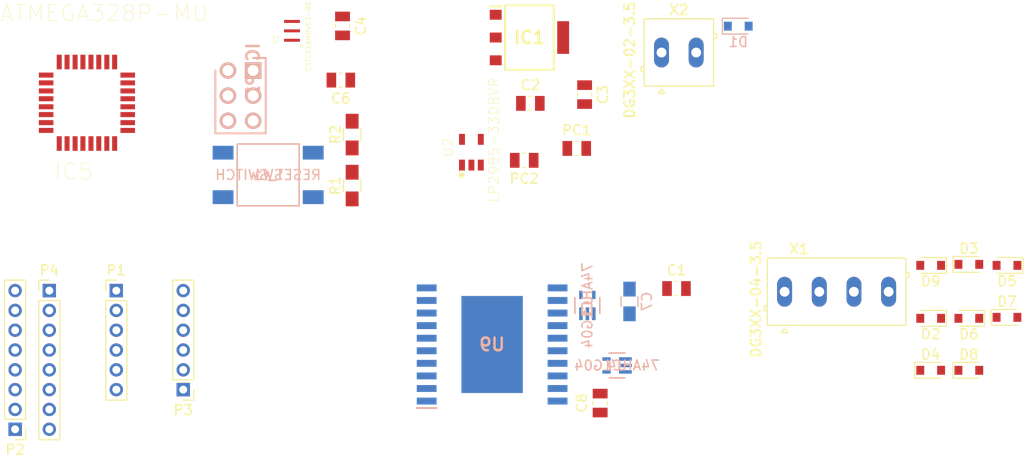
<source format=kicad_pcb>
(kicad_pcb (version 4) (host pcbnew 4.0.7)

  (general
    (links 107)
    (no_connects 107)
    (area 0 0 0 0)
    (thickness 1.6)
    (drawings 0)
    (tracks 0)
    (zones 0)
    (modules 35)
    (nets 50)
  )

  (page A4)
  (layers
    (0 F.Cu signal)
    (31 B.Cu signal)
    (32 B.Adhes user)
    (33 F.Adhes user)
    (34 B.Paste user)
    (35 F.Paste user)
    (36 B.SilkS user)
    (37 F.SilkS user)
    (38 B.Mask user)
    (39 F.Mask user)
    (40 Dwgs.User user)
    (41 Cmts.User user)
    (42 Eco1.User user)
    (43 Eco2.User user)
    (44 Edge.Cuts user)
    (45 Margin user)
    (46 B.CrtYd user)
    (47 F.CrtYd user)
    (48 B.Fab user)
    (49 F.Fab user)
  )

  (setup
    (last_trace_width 0.25)
    (trace_clearance 0.2)
    (zone_clearance 0.508)
    (zone_45_only no)
    (trace_min 0.2)
    (segment_width 0.2)
    (edge_width 0.1)
    (via_size 0.6)
    (via_drill 0.4)
    (via_min_size 0.4)
    (via_min_drill 0.3)
    (uvia_size 0.3)
    (uvia_drill 0.1)
    (uvias_allowed no)
    (uvia_min_size 0.2)
    (uvia_min_drill 0.1)
    (pcb_text_width 0.3)
    (pcb_text_size 1.5 1.5)
    (mod_edge_width 0.15)
    (mod_text_size 1 1)
    (mod_text_width 0.15)
    (pad_size 1.5 1.5)
    (pad_drill 0.6)
    (pad_to_mask_clearance 0)
    (aux_axis_origin 0 0)
    (visible_elements 7FFFFFFF)
    (pcbplotparams
      (layerselection 0x00030_80000001)
      (usegerberextensions false)
      (excludeedgelayer true)
      (linewidth 0.100000)
      (plotframeref false)
      (viasonmask false)
      (mode 1)
      (useauxorigin false)
      (hpglpennumber 1)
      (hpglpenspeed 20)
      (hpglpendiameter 15)
      (hpglpenoverlay 2)
      (psnegative false)
      (psa4output false)
      (plotreference true)
      (plotvalue true)
      (plotinvisibletext false)
      (padsonsilk false)
      (subtractmaskfromsilk false)
      (outputformat 1)
      (mirror false)
      (drillshape 1)
      (scaleselection 1)
      (outputdirectory ""))
  )

  (net 0 "")
  (net 1 GND)
  (net 2 +5V)
  (net 3 "Net-(C2-Pad2)")
  (net 4 /Headers/+3V3)
  (net 5 /ATMEGA328P/AREF)
  (net 6 "Net-(C4-Pad2)")
  (net 7 /Driver/PWRIN)
  (net 8 /Headers/VIN)
  (net 9 "/Motor Outputs/PWRIN")
  (net 10 "Net-(IC1-Pad1)")
  (net 11 /ATMEGA328P/PWMA)
  (net 12 /ATMEGA328P/IO4)
  (net 13 "Net-(IC5-Pad7)")
  (net 14 "Net-(IC5-Pad8)")
  (net 15 /ATMEGA328P/IO5)
  (net 16 /ATMEGA328P/IO6)
  (net 17 /ATMEGA328P/IO7)
  (net 18 /ATMEGA328P/IO8)
  (net 19 /ATMEGA328P/IO9)
  (net 20 /ATMEGA328P/SS)
  (net 21 /ATMEGA328P/PWMB)
  (net 22 /ATMEGA328P/DIRA)
  (net 23 /ATMEGA328P/DIRB)
  (net 24 "Net-(IC5-Pad19)")
  (net 25 "Net-(IC5-Pad22)")
  (net 26 /ATMEGA328P/AD0)
  (net 27 /ATMEGA328P/AD1)
  (net 28 /ATMEGA328P/AD2)
  (net 29 /ATMEGA328P/AD3)
  (net 30 /ATMEGA328P/AD4)
  (net 31 /ATMEGA328P/AD5)
  (net 32 /ATMEGA328P/RESET)
  (net 33 /ATMEGA328P/IO0)
  (net 34 /ATMEGA328P/IO1)
  (net 35 /ATMEGA328P/IO2)
  (net 36 "Net-(PC1-Pad2)")
  (net 37 "Net-(PC2-Pad2)")
  (net 38 "Net-(SW1-Pad1)")
  (net 39 "Net-(U2-Pad4)")
  (net 40 "Net-(U3-Pad4)")
  (net 41 "Net-(U4-Pad4)")
  (net 42 "Net-(U9-Pad3)")
  (net 43 /Driver/OUT1)
  (net 44 /Driver/OUT2)
  (net 45 /Driver/OUT3)
  (net 46 /Driver/OUT4)
  (net 47 "Net-(U9-Pad18)")
  (net 48 "Net-(X2-Pad2)")
  (net 49 "Net-(Y2-Pad2)")

  (net_class Default "This is the default net class."
    (clearance 0.2)
    (trace_width 0.25)
    (via_dia 0.6)
    (via_drill 0.4)
    (uvia_dia 0.3)
    (uvia_drill 0.1)
    (add_net +5V)
    (add_net /ATMEGA328P/AD0)
    (add_net /ATMEGA328P/AD1)
    (add_net /ATMEGA328P/AD2)
    (add_net /ATMEGA328P/AD3)
    (add_net /ATMEGA328P/AD4)
    (add_net /ATMEGA328P/AD5)
    (add_net /ATMEGA328P/AREF)
    (add_net /ATMEGA328P/DIRA)
    (add_net /ATMEGA328P/DIRB)
    (add_net /ATMEGA328P/IO0)
    (add_net /ATMEGA328P/IO1)
    (add_net /ATMEGA328P/IO2)
    (add_net /ATMEGA328P/IO4)
    (add_net /ATMEGA328P/IO5)
    (add_net /ATMEGA328P/IO6)
    (add_net /ATMEGA328P/IO7)
    (add_net /ATMEGA328P/IO8)
    (add_net /ATMEGA328P/IO9)
    (add_net /ATMEGA328P/PWMA)
    (add_net /ATMEGA328P/PWMB)
    (add_net /ATMEGA328P/RESET)
    (add_net /ATMEGA328P/SS)
    (add_net /Driver/OUT1)
    (add_net /Driver/OUT2)
    (add_net /Driver/OUT3)
    (add_net /Driver/OUT4)
    (add_net /Driver/PWRIN)
    (add_net /Headers/+3V3)
    (add_net /Headers/VIN)
    (add_net "/Motor Outputs/PWRIN")
    (add_net GND)
    (add_net "Net-(C2-Pad2)")
    (add_net "Net-(C4-Pad2)")
    (add_net "Net-(IC1-Pad1)")
    (add_net "Net-(IC5-Pad19)")
    (add_net "Net-(IC5-Pad22)")
    (add_net "Net-(IC5-Pad7)")
    (add_net "Net-(IC5-Pad8)")
    (add_net "Net-(PC1-Pad2)")
    (add_net "Net-(PC2-Pad2)")
    (add_net "Net-(SW1-Pad1)")
    (add_net "Net-(U2-Pad4)")
    (add_net "Net-(U3-Pad4)")
    (add_net "Net-(U4-Pad4)")
    (add_net "Net-(U9-Pad18)")
    (add_net "Net-(U9-Pad3)")
    (add_net "Net-(X2-Pad2)")
    (add_net "Net-(Y2-Pad2)")
  )

  (module Capacitor_SMD:C_0805_2012Metric (layer F.Cu) (tedit 59FE48B8) (tstamp 5AA7FF7B)
    (at 171.823001 144.491)
    (descr "Capacitor SMD 0805 (2012 Metric), square (rectangular) end terminal, IPC_7351 nominal, (Body size source: http://www.tortai-tech.com/upload/download/2011102023233369053.pdf), generated with kicad-footprint-generator")
    (tags capacitor)
    (path /5A845975/5A0B5B71)
    (attr smd)
    (fp_text reference C1 (at 0 -1.85) (layer F.SilkS)
      (effects (font (size 1 1) (thickness 0.15)))
    )
    (fp_text value 1uF (at 0 1.85) (layer F.Fab)
      (effects (font (size 1 1) (thickness 0.15)))
    )
    (fp_line (start -1 0.6) (end -1 -0.6) (layer F.Fab) (width 0.1))
    (fp_line (start -1 -0.6) (end 1 -0.6) (layer F.Fab) (width 0.1))
    (fp_line (start 1 -0.6) (end 1 0.6) (layer F.Fab) (width 0.1))
    (fp_line (start 1 0.6) (end -1 0.6) (layer F.Fab) (width 0.1))
    (fp_line (start -0.15 -0.71) (end 0.15 -0.71) (layer F.SilkS) (width 0.12))
    (fp_line (start -0.15 0.71) (end 0.15 0.71) (layer F.SilkS) (width 0.12))
    (fp_line (start -1.69 1) (end -1.69 -1) (layer F.CrtYd) (width 0.05))
    (fp_line (start -1.69 -1) (end 1.69 -1) (layer F.CrtYd) (width 0.05))
    (fp_line (start 1.69 -1) (end 1.69 1) (layer F.CrtYd) (width 0.05))
    (fp_line (start 1.69 1) (end -1.69 1) (layer F.CrtYd) (width 0.05))
    (fp_text user %R (at 0 0) (layer F.Fab)
      (effects (font (size 0.5 0.5) (thickness 0.08)))
    )
    (pad 1 smd rect (at -0.955 0) (size 0.97 1.5) (layers F.Cu F.Paste F.Mask)
      (net 1 GND))
    (pad 2 smd rect (at 0.955 0) (size 0.97 1.5) (layers F.Cu F.Paste F.Mask)
      (net 2 +5V))
    (model ${KISYS3DMOD}/Capacitor_SMD.3dshapes/C_0805_2012Metric.wrl
      (at (xyz 0 0 0))
      (scale (xyz 1 1 1))
      (rotate (xyz 0 0 0))
    )
  )

  (module Capacitor_SMD:C_0805_2012Metric (layer F.Cu) (tedit 59FE48B8) (tstamp 5AA7FF8C)
    (at 157.080381 125.791)
    (descr "Capacitor SMD 0805 (2012 Metric), square (rectangular) end terminal, IPC_7351 nominal, (Body size source: http://www.tortai-tech.com/upload/download/2011102023233369053.pdf), generated with kicad-footprint-generator")
    (tags capacitor)
    (path /55CCFEA2/55CD0087)
    (attr smd)
    (fp_text reference C2 (at 0 -1.85) (layer F.SilkS)
      (effects (font (size 1 1) (thickness 0.15)))
    )
    (fp_text value "0.1 uF" (at 0 1.85) (layer F.Fab)
      (effects (font (size 1 1) (thickness 0.15)))
    )
    (fp_line (start -1 0.6) (end -1 -0.6) (layer F.Fab) (width 0.1))
    (fp_line (start -1 -0.6) (end 1 -0.6) (layer F.Fab) (width 0.1))
    (fp_line (start 1 -0.6) (end 1 0.6) (layer F.Fab) (width 0.1))
    (fp_line (start 1 0.6) (end -1 0.6) (layer F.Fab) (width 0.1))
    (fp_line (start -0.15 -0.71) (end 0.15 -0.71) (layer F.SilkS) (width 0.12))
    (fp_line (start -0.15 0.71) (end 0.15 0.71) (layer F.SilkS) (width 0.12))
    (fp_line (start -1.69 1) (end -1.69 -1) (layer F.CrtYd) (width 0.05))
    (fp_line (start -1.69 -1) (end 1.69 -1) (layer F.CrtYd) (width 0.05))
    (fp_line (start 1.69 -1) (end 1.69 1) (layer F.CrtYd) (width 0.05))
    (fp_line (start 1.69 1) (end -1.69 1) (layer F.CrtYd) (width 0.05))
    (fp_text user %R (at 0 0) (layer F.Fab)
      (effects (font (size 0.5 0.5) (thickness 0.08)))
    )
    (pad 1 smd rect (at -0.955 0) (size 0.97 1.5) (layers F.Cu F.Paste F.Mask)
      (net 2 +5V))
    (pad 2 smd rect (at 0.955 0) (size 0.97 1.5) (layers F.Cu F.Paste F.Mask)
      (net 3 "Net-(C2-Pad2)"))
    (model ${KISYS3DMOD}/Capacitor_SMD.3dshapes/C_0805_2012Metric.wrl
      (at (xyz 0 0 0))
      (scale (xyz 1 1 1))
      (rotate (xyz 0 0 0))
    )
  )

  (module Capacitor_SMD:C_0805_2012Metric (layer F.Cu) (tedit 59FE48B8) (tstamp 5AA7FF9D)
    (at 162.553 124.904096 270)
    (descr "Capacitor SMD 0805 (2012 Metric), square (rectangular) end terminal, IPC_7351 nominal, (Body size source: http://www.tortai-tech.com/upload/download/2011102023233369053.pdf), generated with kicad-footprint-generator")
    (tags capacitor)
    (path /55CCFEA2/5AA02A53)
    (attr smd)
    (fp_text reference C3 (at 0 -1.85 270) (layer F.SilkS)
      (effects (font (size 1 1) (thickness 0.15)))
    )
    (fp_text value "1 uF" (at 0 1.85 270) (layer F.Fab)
      (effects (font (size 1 1) (thickness 0.15)))
    )
    (fp_line (start -1 0.6) (end -1 -0.6) (layer F.Fab) (width 0.1))
    (fp_line (start -1 -0.6) (end 1 -0.6) (layer F.Fab) (width 0.1))
    (fp_line (start 1 -0.6) (end 1 0.6) (layer F.Fab) (width 0.1))
    (fp_line (start 1 0.6) (end -1 0.6) (layer F.Fab) (width 0.1))
    (fp_line (start -0.15 -0.71) (end 0.15 -0.71) (layer F.SilkS) (width 0.12))
    (fp_line (start -0.15 0.71) (end 0.15 0.71) (layer F.SilkS) (width 0.12))
    (fp_line (start -1.69 1) (end -1.69 -1) (layer F.CrtYd) (width 0.05))
    (fp_line (start -1.69 -1) (end 1.69 -1) (layer F.CrtYd) (width 0.05))
    (fp_line (start 1.69 -1) (end 1.69 1) (layer F.CrtYd) (width 0.05))
    (fp_line (start 1.69 1) (end -1.69 1) (layer F.CrtYd) (width 0.05))
    (fp_text user %R (at 0 0 270) (layer F.Fab)
      (effects (font (size 0.5 0.5) (thickness 0.08)))
    )
    (pad 1 smd rect (at -0.955 0 270) (size 0.97 1.5) (layers F.Cu F.Paste F.Mask)
      (net 4 /Headers/+3V3))
    (pad 2 smd rect (at 0.955 0 270) (size 0.97 1.5) (layers F.Cu F.Paste F.Mask)
      (net 1 GND))
    (model ${KISYS3DMOD}/Capacitor_SMD.3dshapes/C_0805_2012Metric.wrl
      (at (xyz 0 0 0))
      (scale (xyz 1 1 1))
      (rotate (xyz 0 0 0))
    )
  )

  (module Capacitor_SMD:C_0805_2012Metric (layer F.Cu) (tedit 59FE48B8) (tstamp 5AA7FFAE)
    (at 138.133 117.968381 270)
    (descr "Capacitor SMD 0805 (2012 Metric), square (rectangular) end terminal, IPC_7351 nominal, (Body size source: http://www.tortai-tech.com/upload/download/2011102023233369053.pdf), generated with kicad-footprint-generator")
    (tags capacitor)
    (path /55E89CE4/56159BB8)
    (attr smd)
    (fp_text reference C4 (at 0 -1.85 270) (layer F.SilkS)
      (effects (font (size 1 1) (thickness 0.15)))
    )
    (fp_text value "0.1 uF" (at 0 1.85 270) (layer F.Fab)
      (effects (font (size 1 1) (thickness 0.15)))
    )
    (fp_line (start -1 0.6) (end -1 -0.6) (layer F.Fab) (width 0.1))
    (fp_line (start -1 -0.6) (end 1 -0.6) (layer F.Fab) (width 0.1))
    (fp_line (start 1 -0.6) (end 1 0.6) (layer F.Fab) (width 0.1))
    (fp_line (start 1 0.6) (end -1 0.6) (layer F.Fab) (width 0.1))
    (fp_line (start -0.15 -0.71) (end 0.15 -0.71) (layer F.SilkS) (width 0.12))
    (fp_line (start -0.15 0.71) (end 0.15 0.71) (layer F.SilkS) (width 0.12))
    (fp_line (start -1.69 1) (end -1.69 -1) (layer F.CrtYd) (width 0.05))
    (fp_line (start -1.69 -1) (end 1.69 -1) (layer F.CrtYd) (width 0.05))
    (fp_line (start 1.69 -1) (end 1.69 1) (layer F.CrtYd) (width 0.05))
    (fp_line (start 1.69 1) (end -1.69 1) (layer F.CrtYd) (width 0.05))
    (fp_text user %R (at 0 0 270) (layer F.Fab)
      (effects (font (size 0.5 0.5) (thickness 0.08)))
    )
    (pad 1 smd rect (at -0.955 0 270) (size 0.97 1.5) (layers F.Cu F.Paste F.Mask)
      (net 5 /ATMEGA328P/AREF))
    (pad 2 smd rect (at 0.955 0 270) (size 0.97 1.5) (layers F.Cu F.Paste F.Mask)
      (net 6 "Net-(C4-Pad2)"))
    (model ${KISYS3DMOD}/Capacitor_SMD.3dshapes/C_0805_2012Metric.wrl
      (at (xyz 0 0 0))
      (scale (xyz 1 1 1))
      (rotate (xyz 0 0 0))
    )
  )

  (module Capacitor_SMD:C_0805_2012Metric (layer F.Cu) (tedit 59FE48B8) (tstamp 5AA7FFBF)
    (at 137.960381 123.441 180)
    (descr "Capacitor SMD 0805 (2012 Metric), square (rectangular) end terminal, IPC_7351 nominal, (Body size source: http://www.tortai-tech.com/upload/download/2011102023233369053.pdf), generated with kicad-footprint-generator")
    (tags capacitor)
    (path /55E89CE4/56159BD3)
    (attr smd)
    (fp_text reference C6 (at 0 -1.85 180) (layer F.SilkS)
      (effects (font (size 1 1) (thickness 0.15)))
    )
    (fp_text value "0.1 uF" (at 0 1.85 180) (layer F.Fab)
      (effects (font (size 1 1) (thickness 0.15)))
    )
    (fp_line (start -1 0.6) (end -1 -0.6) (layer F.Fab) (width 0.1))
    (fp_line (start -1 -0.6) (end 1 -0.6) (layer F.Fab) (width 0.1))
    (fp_line (start 1 -0.6) (end 1 0.6) (layer F.Fab) (width 0.1))
    (fp_line (start 1 0.6) (end -1 0.6) (layer F.Fab) (width 0.1))
    (fp_line (start -0.15 -0.71) (end 0.15 -0.71) (layer F.SilkS) (width 0.12))
    (fp_line (start -0.15 0.71) (end 0.15 0.71) (layer F.SilkS) (width 0.12))
    (fp_line (start -1.69 1) (end -1.69 -1) (layer F.CrtYd) (width 0.05))
    (fp_line (start -1.69 -1) (end 1.69 -1) (layer F.CrtYd) (width 0.05))
    (fp_line (start 1.69 -1) (end 1.69 1) (layer F.CrtYd) (width 0.05))
    (fp_line (start 1.69 1) (end -1.69 1) (layer F.CrtYd) (width 0.05))
    (fp_text user %R (at 0 0 180) (layer F.Fab)
      (effects (font (size 0.5 0.5) (thickness 0.08)))
    )
    (pad 1 smd rect (at -0.955 0 180) (size 0.97 1.5) (layers F.Cu F.Paste F.Mask)
      (net 2 +5V))
    (pad 2 smd rect (at 0.955 0 180) (size 0.97 1.5) (layers F.Cu F.Paste F.Mask)
      (net 1 GND))
    (model ${KISYS3DMOD}/Capacitor_SMD.3dshapes/C_0805_2012Metric.wrl
      (at (xyz 0 0 0))
      (scale (xyz 1 1 1))
      (rotate (xyz 0 0 0))
    )
  )

  (module Capacitors_SMD:C_0805_HandSoldering (layer B.Cu) (tedit 58AA84A8) (tstamp 5AA7FFD0)
    (at 167.083 145.794572 90)
    (descr "Capacitor SMD 0805, hand soldering")
    (tags "capacitor 0805")
    (path /5A845975/5AA17B72)
    (attr smd)
    (fp_text reference C7 (at 0 1.75 90) (layer B.SilkS)
      (effects (font (size 1 1) (thickness 0.15)) (justify mirror))
    )
    (fp_text value 100uF,25V (at 0 -1.75 90) (layer B.Fab)
      (effects (font (size 1 1) (thickness 0.15)) (justify mirror))
    )
    (fp_text user %R (at 0 1.75 90) (layer B.Fab)
      (effects (font (size 1 1) (thickness 0.15)) (justify mirror))
    )
    (fp_line (start -1 -0.62) (end -1 0.62) (layer B.Fab) (width 0.1))
    (fp_line (start 1 -0.62) (end -1 -0.62) (layer B.Fab) (width 0.1))
    (fp_line (start 1 0.62) (end 1 -0.62) (layer B.Fab) (width 0.1))
    (fp_line (start -1 0.62) (end 1 0.62) (layer B.Fab) (width 0.1))
    (fp_line (start 0.5 0.85) (end -0.5 0.85) (layer B.SilkS) (width 0.12))
    (fp_line (start -0.5 -0.85) (end 0.5 -0.85) (layer B.SilkS) (width 0.12))
    (fp_line (start -2.25 0.88) (end 2.25 0.88) (layer B.CrtYd) (width 0.05))
    (fp_line (start -2.25 0.88) (end -2.25 -0.87) (layer B.CrtYd) (width 0.05))
    (fp_line (start 2.25 -0.87) (end 2.25 0.88) (layer B.CrtYd) (width 0.05))
    (fp_line (start 2.25 -0.87) (end -2.25 -0.87) (layer B.CrtYd) (width 0.05))
    (pad 1 smd rect (at -1.25 0 90) (size 1.5 1.25) (layers B.Cu B.Paste B.Mask)
      (net 7 /Driver/PWRIN))
    (pad 2 smd rect (at 1.25 0 90) (size 1.5 1.25) (layers B.Cu B.Paste B.Mask)
      (net 1 GND))
    (model Capacitors_SMD.3dshapes/C_0805.wrl
      (at (xyz 0 0 0))
      (scale (xyz 1 1 1))
      (rotate (xyz 0 0 0))
    )
  )

  (module Capacitor_SMD:C_0805_2012Metric (layer F.Cu) (tedit 59FE48B8) (tstamp 5AA7FFE1)
    (at 164.123 156.057429 90)
    (descr "Capacitor SMD 0805 (2012 Metric), square (rectangular) end terminal, IPC_7351 nominal, (Body size source: http://www.tortai-tech.com/upload/download/2011102023233369053.pdf), generated with kicad-footprint-generator")
    (tags capacitor)
    (path /5A845975/5A0B4FB6)
    (attr smd)
    (fp_text reference C8 (at 0 -1.85 90) (layer F.SilkS)
      (effects (font (size 1 1) (thickness 0.15)))
    )
    (fp_text value 0.1uF (at 0 1.85 90) (layer F.Fab)
      (effects (font (size 1 1) (thickness 0.15)))
    )
    (fp_line (start -1 0.6) (end -1 -0.6) (layer F.Fab) (width 0.1))
    (fp_line (start -1 -0.6) (end 1 -0.6) (layer F.Fab) (width 0.1))
    (fp_line (start 1 -0.6) (end 1 0.6) (layer F.Fab) (width 0.1))
    (fp_line (start 1 0.6) (end -1 0.6) (layer F.Fab) (width 0.1))
    (fp_line (start -0.15 -0.71) (end 0.15 -0.71) (layer F.SilkS) (width 0.12))
    (fp_line (start -0.15 0.71) (end 0.15 0.71) (layer F.SilkS) (width 0.12))
    (fp_line (start -1.69 1) (end -1.69 -1) (layer F.CrtYd) (width 0.05))
    (fp_line (start -1.69 -1) (end 1.69 -1) (layer F.CrtYd) (width 0.05))
    (fp_line (start 1.69 -1) (end 1.69 1) (layer F.CrtYd) (width 0.05))
    (fp_line (start 1.69 1) (end -1.69 1) (layer F.CrtYd) (width 0.05))
    (fp_text user %R (at 0 0 90) (layer F.Fab)
      (effects (font (size 0.5 0.5) (thickness 0.08)))
    )
    (pad 1 smd rect (at -0.955 0 90) (size 0.97 1.5) (layers F.Cu F.Paste F.Mask)
      (net 1 GND))
    (pad 2 smd rect (at 0.955 0 90) (size 0.97 1.5) (layers F.Cu F.Paste F.Mask)
      (net 2 +5V))
    (model ${KISYS3DMOD}/Capacitor_SMD.3dshapes/C_0805_2012Metric.wrl
      (at (xyz 0 0 0))
      (scale (xyz 1 1 1))
      (rotate (xyz 0 0 0))
    )
  )

  (module Diodes_SMD:D_0805 (layer B.Cu) (tedit 590CE9A4) (tstamp 5AA7FFF9)
    (at 178.053001 117.991)
    (descr "Diode SMD in 0805 package http://datasheets.avx.com/schottky.pdf")
    (tags "smd diode")
    (path /55CCFEA2/5A9FF517)
    (attr smd)
    (fp_text reference D1 (at 0 1.6) (layer B.SilkS)
      (effects (font (size 1 1) (thickness 0.15)) (justify mirror))
    )
    (fp_text value D (at 0 -1.7) (layer B.Fab)
      (effects (font (size 1 1) (thickness 0.15)) (justify mirror))
    )
    (fp_text user %R (at 0 1.6) (layer B.Fab)
      (effects (font (size 1 1) (thickness 0.15)) (justify mirror))
    )
    (fp_line (start -1.6 0.8) (end -1.6 -0.8) (layer B.SilkS) (width 0.12))
    (fp_line (start -1.7 -0.88) (end -1.7 0.88) (layer B.CrtYd) (width 0.05))
    (fp_line (start 1.7 -0.88) (end -1.7 -0.88) (layer B.CrtYd) (width 0.05))
    (fp_line (start 1.7 0.88) (end 1.7 -0.88) (layer B.CrtYd) (width 0.05))
    (fp_line (start -1.7 0.88) (end 1.7 0.88) (layer B.CrtYd) (width 0.05))
    (fp_line (start 0.2 0) (end 0.4 0) (layer B.Fab) (width 0.1))
    (fp_line (start -0.1 0) (end -0.3 0) (layer B.Fab) (width 0.1))
    (fp_line (start -0.1 0.2) (end -0.1 -0.2) (layer B.Fab) (width 0.1))
    (fp_line (start 0.2 -0.2) (end 0.2 0.2) (layer B.Fab) (width 0.1))
    (fp_line (start -0.1 0) (end 0.2 -0.2) (layer B.Fab) (width 0.1))
    (fp_line (start 0.2 0.2) (end -0.1 0) (layer B.Fab) (width 0.1))
    (fp_line (start -1 -0.65) (end -1 0.65) (layer B.Fab) (width 0.1))
    (fp_line (start 1 -0.65) (end -1 -0.65) (layer B.Fab) (width 0.1))
    (fp_line (start 1 0.65) (end 1 -0.65) (layer B.Fab) (width 0.1))
    (fp_line (start -1 0.65) (end 1 0.65) (layer B.Fab) (width 0.1))
    (fp_line (start -1.6 -0.8) (end 1 -0.8) (layer B.SilkS) (width 0.12))
    (fp_line (start -1.6 0.8) (end 1 0.8) (layer B.SilkS) (width 0.12))
    (pad 1 smd rect (at -1.05 0) (size 0.8 0.9) (layers B.Cu B.Paste B.Mask)
      (net 8 /Headers/VIN))
    (pad 2 smd rect (at 1.05 0) (size 0.8 0.9) (layers B.Cu B.Paste B.Mask)
      (net 9 "/Motor Outputs/PWRIN"))
    (model ${KISYS3DMOD}/Diodes_SMD.3dshapes/D_0805.wrl
      (at (xyz 0 0 0))
      (scale (xyz 1 1 1))
      (rotate (xyz 0 0 0))
    )
  )

  (module Diodes_SMD:D_0805 (layer F.Cu) (tedit 590CE9A4) (tstamp 5AA80011)
    (at 197.463001 147.501 180)
    (descr "Diode SMD in 0805 package http://datasheets.avx.com/schottky.pdf")
    (tags "smd diode")
    (path /5A845897/5AA7D6C2)
    (attr smd)
    (fp_text reference D2 (at 0 -1.6 180) (layer F.SilkS)
      (effects (font (size 1 1) (thickness 0.15)))
    )
    (fp_text value D (at 0 1.7 180) (layer F.Fab)
      (effects (font (size 1 1) (thickness 0.15)))
    )
    (fp_text user %R (at 0 -1.6 180) (layer F.Fab)
      (effects (font (size 1 1) (thickness 0.15)))
    )
    (fp_line (start -1.6 -0.8) (end -1.6 0.8) (layer F.SilkS) (width 0.12))
    (fp_line (start -1.7 0.88) (end -1.7 -0.88) (layer F.CrtYd) (width 0.05))
    (fp_line (start 1.7 0.88) (end -1.7 0.88) (layer F.CrtYd) (width 0.05))
    (fp_line (start 1.7 -0.88) (end 1.7 0.88) (layer F.CrtYd) (width 0.05))
    (fp_line (start -1.7 -0.88) (end 1.7 -0.88) (layer F.CrtYd) (width 0.05))
    (fp_line (start 0.2 0) (end 0.4 0) (layer F.Fab) (width 0.1))
    (fp_line (start -0.1 0) (end -0.3 0) (layer F.Fab) (width 0.1))
    (fp_line (start -0.1 -0.2) (end -0.1 0.2) (layer F.Fab) (width 0.1))
    (fp_line (start 0.2 0.2) (end 0.2 -0.2) (layer F.Fab) (width 0.1))
    (fp_line (start -0.1 0) (end 0.2 0.2) (layer F.Fab) (width 0.1))
    (fp_line (start 0.2 -0.2) (end -0.1 0) (layer F.Fab) (width 0.1))
    (fp_line (start -1 0.65) (end -1 -0.65) (layer F.Fab) (width 0.1))
    (fp_line (start 1 0.65) (end -1 0.65) (layer F.Fab) (width 0.1))
    (fp_line (start 1 -0.65) (end 1 0.65) (layer F.Fab) (width 0.1))
    (fp_line (start -1 -0.65) (end 1 -0.65) (layer F.Fab) (width 0.1))
    (fp_line (start -1.6 0.8) (end 1 0.8) (layer F.SilkS) (width 0.12))
    (fp_line (start -1.6 -0.8) (end 1 -0.8) (layer F.SilkS) (width 0.12))
    (pad 1 smd rect (at -1.05 0 180) (size 0.8 0.9) (layers F.Cu F.Paste F.Mask)
      (net 9 "/Motor Outputs/PWRIN"))
    (pad 2 smd rect (at 1.05 0 180) (size 0.8 0.9) (layers F.Cu F.Paste F.Mask)
      (net 43 /Driver/OUT1))
    (model ${KISYS3DMOD}/Diodes_SMD.3dshapes/D_0805.wrl
      (at (xyz 0 0 0))
      (scale (xyz 1 1 1))
      (rotate (xyz 0 0 0))
    )
  )

  (module Diodes_SMD:D_0805 (layer F.Cu) (tedit 590CE9A4) (tstamp 5AA80029)
    (at 201.313001 142.051)
    (descr "Diode SMD in 0805 package http://datasheets.avx.com/schottky.pdf")
    (tags "smd diode")
    (path /5A845897/5AA7FA31)
    (attr smd)
    (fp_text reference D3 (at 0 -1.6) (layer F.SilkS)
      (effects (font (size 1 1) (thickness 0.15)))
    )
    (fp_text value D (at 0 1.7) (layer F.Fab)
      (effects (font (size 1 1) (thickness 0.15)))
    )
    (fp_text user %R (at 0 -1.6) (layer F.Fab)
      (effects (font (size 1 1) (thickness 0.15)))
    )
    (fp_line (start -1.6 -0.8) (end -1.6 0.8) (layer F.SilkS) (width 0.12))
    (fp_line (start -1.7 0.88) (end -1.7 -0.88) (layer F.CrtYd) (width 0.05))
    (fp_line (start 1.7 0.88) (end -1.7 0.88) (layer F.CrtYd) (width 0.05))
    (fp_line (start 1.7 -0.88) (end 1.7 0.88) (layer F.CrtYd) (width 0.05))
    (fp_line (start -1.7 -0.88) (end 1.7 -0.88) (layer F.CrtYd) (width 0.05))
    (fp_line (start 0.2 0) (end 0.4 0) (layer F.Fab) (width 0.1))
    (fp_line (start -0.1 0) (end -0.3 0) (layer F.Fab) (width 0.1))
    (fp_line (start -0.1 -0.2) (end -0.1 0.2) (layer F.Fab) (width 0.1))
    (fp_line (start 0.2 0.2) (end 0.2 -0.2) (layer F.Fab) (width 0.1))
    (fp_line (start -0.1 0) (end 0.2 0.2) (layer F.Fab) (width 0.1))
    (fp_line (start 0.2 -0.2) (end -0.1 0) (layer F.Fab) (width 0.1))
    (fp_line (start -1 0.65) (end -1 -0.65) (layer F.Fab) (width 0.1))
    (fp_line (start 1 0.65) (end -1 0.65) (layer F.Fab) (width 0.1))
    (fp_line (start 1 -0.65) (end 1 0.65) (layer F.Fab) (width 0.1))
    (fp_line (start -1 -0.65) (end 1 -0.65) (layer F.Fab) (width 0.1))
    (fp_line (start -1.6 0.8) (end 1 0.8) (layer F.SilkS) (width 0.12))
    (fp_line (start -1.6 -0.8) (end 1 -0.8) (layer F.SilkS) (width 0.12))
    (pad 1 smd rect (at -1.05 0) (size 0.8 0.9) (layers F.Cu F.Paste F.Mask)
      (net 43 /Driver/OUT1))
    (pad 2 smd rect (at 1.05 0) (size 0.8 0.9) (layers F.Cu F.Paste F.Mask)
      (net 1 GND))
    (model ${KISYS3DMOD}/Diodes_SMD.3dshapes/D_0805.wrl
      (at (xyz 0 0 0))
      (scale (xyz 1 1 1))
      (rotate (xyz 0 0 0))
    )
  )

  (module Diodes_SMD:D_0805 (layer F.Cu) (tedit 590CE9A4) (tstamp 5AA80041)
    (at 197.463001 152.751)
    (descr "Diode SMD in 0805 package http://datasheets.avx.com/schottky.pdf")
    (tags "smd diode")
    (path /5A845897/5AA7D743)
    (attr smd)
    (fp_text reference D4 (at 0 -1.6) (layer F.SilkS)
      (effects (font (size 1 1) (thickness 0.15)))
    )
    (fp_text value D (at 0 1.7) (layer F.Fab)
      (effects (font (size 1 1) (thickness 0.15)))
    )
    (fp_text user %R (at 0 -1.6) (layer F.Fab)
      (effects (font (size 1 1) (thickness 0.15)))
    )
    (fp_line (start -1.6 -0.8) (end -1.6 0.8) (layer F.SilkS) (width 0.12))
    (fp_line (start -1.7 0.88) (end -1.7 -0.88) (layer F.CrtYd) (width 0.05))
    (fp_line (start 1.7 0.88) (end -1.7 0.88) (layer F.CrtYd) (width 0.05))
    (fp_line (start 1.7 -0.88) (end 1.7 0.88) (layer F.CrtYd) (width 0.05))
    (fp_line (start -1.7 -0.88) (end 1.7 -0.88) (layer F.CrtYd) (width 0.05))
    (fp_line (start 0.2 0) (end 0.4 0) (layer F.Fab) (width 0.1))
    (fp_line (start -0.1 0) (end -0.3 0) (layer F.Fab) (width 0.1))
    (fp_line (start -0.1 -0.2) (end -0.1 0.2) (layer F.Fab) (width 0.1))
    (fp_line (start 0.2 0.2) (end 0.2 -0.2) (layer F.Fab) (width 0.1))
    (fp_line (start -0.1 0) (end 0.2 0.2) (layer F.Fab) (width 0.1))
    (fp_line (start 0.2 -0.2) (end -0.1 0) (layer F.Fab) (width 0.1))
    (fp_line (start -1 0.65) (end -1 -0.65) (layer F.Fab) (width 0.1))
    (fp_line (start 1 0.65) (end -1 0.65) (layer F.Fab) (width 0.1))
    (fp_line (start 1 -0.65) (end 1 0.65) (layer F.Fab) (width 0.1))
    (fp_line (start -1 -0.65) (end 1 -0.65) (layer F.Fab) (width 0.1))
    (fp_line (start -1.6 0.8) (end 1 0.8) (layer F.SilkS) (width 0.12))
    (fp_line (start -1.6 -0.8) (end 1 -0.8) (layer F.SilkS) (width 0.12))
    (pad 1 smd rect (at -1.05 0) (size 0.8 0.9) (layers F.Cu F.Paste F.Mask)
      (net 9 "/Motor Outputs/PWRIN"))
    (pad 2 smd rect (at 1.05 0) (size 0.8 0.9) (layers F.Cu F.Paste F.Mask)
      (net 44 /Driver/OUT2))
    (model ${KISYS3DMOD}/Diodes_SMD.3dshapes/D_0805.wrl
      (at (xyz 0 0 0))
      (scale (xyz 1 1 1))
      (rotate (xyz 0 0 0))
    )
  )

  (module Diodes_SMD:D_0805 (layer F.Cu) (tedit 590CE9A4) (tstamp 5AA80059)
    (at 205.163001 142.151 180)
    (descr "Diode SMD in 0805 package http://datasheets.avx.com/schottky.pdf")
    (tags "smd diode")
    (path /5A845897/5AA7F99A)
    (attr smd)
    (fp_text reference D5 (at 0 -1.6 180) (layer F.SilkS)
      (effects (font (size 1 1) (thickness 0.15)))
    )
    (fp_text value D (at 0 1.7 180) (layer F.Fab)
      (effects (font (size 1 1) (thickness 0.15)))
    )
    (fp_text user %R (at 0 -1.6 180) (layer F.Fab)
      (effects (font (size 1 1) (thickness 0.15)))
    )
    (fp_line (start -1.6 -0.8) (end -1.6 0.8) (layer F.SilkS) (width 0.12))
    (fp_line (start -1.7 0.88) (end -1.7 -0.88) (layer F.CrtYd) (width 0.05))
    (fp_line (start 1.7 0.88) (end -1.7 0.88) (layer F.CrtYd) (width 0.05))
    (fp_line (start 1.7 -0.88) (end 1.7 0.88) (layer F.CrtYd) (width 0.05))
    (fp_line (start -1.7 -0.88) (end 1.7 -0.88) (layer F.CrtYd) (width 0.05))
    (fp_line (start 0.2 0) (end 0.4 0) (layer F.Fab) (width 0.1))
    (fp_line (start -0.1 0) (end -0.3 0) (layer F.Fab) (width 0.1))
    (fp_line (start -0.1 -0.2) (end -0.1 0.2) (layer F.Fab) (width 0.1))
    (fp_line (start 0.2 0.2) (end 0.2 -0.2) (layer F.Fab) (width 0.1))
    (fp_line (start -0.1 0) (end 0.2 0.2) (layer F.Fab) (width 0.1))
    (fp_line (start 0.2 -0.2) (end -0.1 0) (layer F.Fab) (width 0.1))
    (fp_line (start -1 0.65) (end -1 -0.65) (layer F.Fab) (width 0.1))
    (fp_line (start 1 0.65) (end -1 0.65) (layer F.Fab) (width 0.1))
    (fp_line (start 1 -0.65) (end 1 0.65) (layer F.Fab) (width 0.1))
    (fp_line (start -1 -0.65) (end 1 -0.65) (layer F.Fab) (width 0.1))
    (fp_line (start -1.6 0.8) (end 1 0.8) (layer F.SilkS) (width 0.12))
    (fp_line (start -1.6 -0.8) (end 1 -0.8) (layer F.SilkS) (width 0.12))
    (pad 1 smd rect (at -1.05 0 180) (size 0.8 0.9) (layers F.Cu F.Paste F.Mask)
      (net 44 /Driver/OUT2))
    (pad 2 smd rect (at 1.05 0 180) (size 0.8 0.9) (layers F.Cu F.Paste F.Mask)
      (net 1 GND))
    (model ${KISYS3DMOD}/Diodes_SMD.3dshapes/D_0805.wrl
      (at (xyz 0 0 0))
      (scale (xyz 1 1 1))
      (rotate (xyz 0 0 0))
    )
  )

  (module Diodes_SMD:D_0805 (layer F.Cu) (tedit 590CE9A4) (tstamp 5AA80071)
    (at 201.313001 147.501 180)
    (descr "Diode SMD in 0805 package http://datasheets.avx.com/schottky.pdf")
    (tags "smd diode")
    (path /5A845897/5AA7D774)
    (attr smd)
    (fp_text reference D6 (at 0 -1.6 180) (layer F.SilkS)
      (effects (font (size 1 1) (thickness 0.15)))
    )
    (fp_text value D (at 0 1.7 180) (layer F.Fab)
      (effects (font (size 1 1) (thickness 0.15)))
    )
    (fp_text user %R (at 0 -1.6 180) (layer F.Fab)
      (effects (font (size 1 1) (thickness 0.15)))
    )
    (fp_line (start -1.6 -0.8) (end -1.6 0.8) (layer F.SilkS) (width 0.12))
    (fp_line (start -1.7 0.88) (end -1.7 -0.88) (layer F.CrtYd) (width 0.05))
    (fp_line (start 1.7 0.88) (end -1.7 0.88) (layer F.CrtYd) (width 0.05))
    (fp_line (start 1.7 -0.88) (end 1.7 0.88) (layer F.CrtYd) (width 0.05))
    (fp_line (start -1.7 -0.88) (end 1.7 -0.88) (layer F.CrtYd) (width 0.05))
    (fp_line (start 0.2 0) (end 0.4 0) (layer F.Fab) (width 0.1))
    (fp_line (start -0.1 0) (end -0.3 0) (layer F.Fab) (width 0.1))
    (fp_line (start -0.1 -0.2) (end -0.1 0.2) (layer F.Fab) (width 0.1))
    (fp_line (start 0.2 0.2) (end 0.2 -0.2) (layer F.Fab) (width 0.1))
    (fp_line (start -0.1 0) (end 0.2 0.2) (layer F.Fab) (width 0.1))
    (fp_line (start 0.2 -0.2) (end -0.1 0) (layer F.Fab) (width 0.1))
    (fp_line (start -1 0.65) (end -1 -0.65) (layer F.Fab) (width 0.1))
    (fp_line (start 1 0.65) (end -1 0.65) (layer F.Fab) (width 0.1))
    (fp_line (start 1 -0.65) (end 1 0.65) (layer F.Fab) (width 0.1))
    (fp_line (start -1 -0.65) (end 1 -0.65) (layer F.Fab) (width 0.1))
    (fp_line (start -1.6 0.8) (end 1 0.8) (layer F.SilkS) (width 0.12))
    (fp_line (start -1.6 -0.8) (end 1 -0.8) (layer F.SilkS) (width 0.12))
    (pad 1 smd rect (at -1.05 0 180) (size 0.8 0.9) (layers F.Cu F.Paste F.Mask)
      (net 9 "/Motor Outputs/PWRIN"))
    (pad 2 smd rect (at 1.05 0 180) (size 0.8 0.9) (layers F.Cu F.Paste F.Mask)
      (net 45 /Driver/OUT3))
    (model ${KISYS3DMOD}/Diodes_SMD.3dshapes/D_0805.wrl
      (at (xyz 0 0 0))
      (scale (xyz 1 1 1))
      (rotate (xyz 0 0 0))
    )
  )

  (module Diodes_SMD:D_0805 (layer F.Cu) (tedit 590CE9A4) (tstamp 5AA80089)
    (at 205.163001 147.401)
    (descr "Diode SMD in 0805 package http://datasheets.avx.com/schottky.pdf")
    (tags "smd diode")
    (path /5A845897/5AA7F96F)
    (attr smd)
    (fp_text reference D7 (at 0 -1.6) (layer F.SilkS)
      (effects (font (size 1 1) (thickness 0.15)))
    )
    (fp_text value D (at 0 1.7) (layer F.Fab)
      (effects (font (size 1 1) (thickness 0.15)))
    )
    (fp_text user %R (at 0 -1.6) (layer F.Fab)
      (effects (font (size 1 1) (thickness 0.15)))
    )
    (fp_line (start -1.6 -0.8) (end -1.6 0.8) (layer F.SilkS) (width 0.12))
    (fp_line (start -1.7 0.88) (end -1.7 -0.88) (layer F.CrtYd) (width 0.05))
    (fp_line (start 1.7 0.88) (end -1.7 0.88) (layer F.CrtYd) (width 0.05))
    (fp_line (start 1.7 -0.88) (end 1.7 0.88) (layer F.CrtYd) (width 0.05))
    (fp_line (start -1.7 -0.88) (end 1.7 -0.88) (layer F.CrtYd) (width 0.05))
    (fp_line (start 0.2 0) (end 0.4 0) (layer F.Fab) (width 0.1))
    (fp_line (start -0.1 0) (end -0.3 0) (layer F.Fab) (width 0.1))
    (fp_line (start -0.1 -0.2) (end -0.1 0.2) (layer F.Fab) (width 0.1))
    (fp_line (start 0.2 0.2) (end 0.2 -0.2) (layer F.Fab) (width 0.1))
    (fp_line (start -0.1 0) (end 0.2 0.2) (layer F.Fab) (width 0.1))
    (fp_line (start 0.2 -0.2) (end -0.1 0) (layer F.Fab) (width 0.1))
    (fp_line (start -1 0.65) (end -1 -0.65) (layer F.Fab) (width 0.1))
    (fp_line (start 1 0.65) (end -1 0.65) (layer F.Fab) (width 0.1))
    (fp_line (start 1 -0.65) (end 1 0.65) (layer F.Fab) (width 0.1))
    (fp_line (start -1 -0.65) (end 1 -0.65) (layer F.Fab) (width 0.1))
    (fp_line (start -1.6 0.8) (end 1 0.8) (layer F.SilkS) (width 0.12))
    (fp_line (start -1.6 -0.8) (end 1 -0.8) (layer F.SilkS) (width 0.12))
    (pad 1 smd rect (at -1.05 0) (size 0.8 0.9) (layers F.Cu F.Paste F.Mask)
      (net 45 /Driver/OUT3))
    (pad 2 smd rect (at 1.05 0) (size 0.8 0.9) (layers F.Cu F.Paste F.Mask)
      (net 1 GND))
    (model ${KISYS3DMOD}/Diodes_SMD.3dshapes/D_0805.wrl
      (at (xyz 0 0 0))
      (scale (xyz 1 1 1))
      (rotate (xyz 0 0 0))
    )
  )

  (module Diodes_SMD:D_0805 (layer F.Cu) (tedit 590CE9A4) (tstamp 5AA800A1)
    (at 201.313001 152.751)
    (descr "Diode SMD in 0805 package http://datasheets.avx.com/schottky.pdf")
    (tags "smd diode")
    (path /5A845897/5AA7D7A7)
    (attr smd)
    (fp_text reference D8 (at 0 -1.6) (layer F.SilkS)
      (effects (font (size 1 1) (thickness 0.15)))
    )
    (fp_text value D (at 0 1.7) (layer F.Fab)
      (effects (font (size 1 1) (thickness 0.15)))
    )
    (fp_text user %R (at 0 -1.6) (layer F.Fab)
      (effects (font (size 1 1) (thickness 0.15)))
    )
    (fp_line (start -1.6 -0.8) (end -1.6 0.8) (layer F.SilkS) (width 0.12))
    (fp_line (start -1.7 0.88) (end -1.7 -0.88) (layer F.CrtYd) (width 0.05))
    (fp_line (start 1.7 0.88) (end -1.7 0.88) (layer F.CrtYd) (width 0.05))
    (fp_line (start 1.7 -0.88) (end 1.7 0.88) (layer F.CrtYd) (width 0.05))
    (fp_line (start -1.7 -0.88) (end 1.7 -0.88) (layer F.CrtYd) (width 0.05))
    (fp_line (start 0.2 0) (end 0.4 0) (layer F.Fab) (width 0.1))
    (fp_line (start -0.1 0) (end -0.3 0) (layer F.Fab) (width 0.1))
    (fp_line (start -0.1 -0.2) (end -0.1 0.2) (layer F.Fab) (width 0.1))
    (fp_line (start 0.2 0.2) (end 0.2 -0.2) (layer F.Fab) (width 0.1))
    (fp_line (start -0.1 0) (end 0.2 0.2) (layer F.Fab) (width 0.1))
    (fp_line (start 0.2 -0.2) (end -0.1 0) (layer F.Fab) (width 0.1))
    (fp_line (start -1 0.65) (end -1 -0.65) (layer F.Fab) (width 0.1))
    (fp_line (start 1 0.65) (end -1 0.65) (layer F.Fab) (width 0.1))
    (fp_line (start 1 -0.65) (end 1 0.65) (layer F.Fab) (width 0.1))
    (fp_line (start -1 -0.65) (end 1 -0.65) (layer F.Fab) (width 0.1))
    (fp_line (start -1.6 0.8) (end 1 0.8) (layer F.SilkS) (width 0.12))
    (fp_line (start -1.6 -0.8) (end 1 -0.8) (layer F.SilkS) (width 0.12))
    (pad 1 smd rect (at -1.05 0) (size 0.8 0.9) (layers F.Cu F.Paste F.Mask)
      (net 9 "/Motor Outputs/PWRIN"))
    (pad 2 smd rect (at 1.05 0) (size 0.8 0.9) (layers F.Cu F.Paste F.Mask)
      (net 46 /Driver/OUT4))
    (model ${KISYS3DMOD}/Diodes_SMD.3dshapes/D_0805.wrl
      (at (xyz 0 0 0))
      (scale (xyz 1 1 1))
      (rotate (xyz 0 0 0))
    )
  )

  (module Diodes_SMD:D_0805 (layer F.Cu) (tedit 590CE9A4) (tstamp 5AA800B9)
    (at 197.463001 142.151 180)
    (descr "Diode SMD in 0805 package http://datasheets.avx.com/schottky.pdf")
    (tags "smd diode")
    (path /5A845897/5AA7F90A)
    (attr smd)
    (fp_text reference D9 (at 0 -1.6 180) (layer F.SilkS)
      (effects (font (size 1 1) (thickness 0.15)))
    )
    (fp_text value D (at 0 1.7 180) (layer F.Fab)
      (effects (font (size 1 1) (thickness 0.15)))
    )
    (fp_text user %R (at 0 -1.6 180) (layer F.Fab)
      (effects (font (size 1 1) (thickness 0.15)))
    )
    (fp_line (start -1.6 -0.8) (end -1.6 0.8) (layer F.SilkS) (width 0.12))
    (fp_line (start -1.7 0.88) (end -1.7 -0.88) (layer F.CrtYd) (width 0.05))
    (fp_line (start 1.7 0.88) (end -1.7 0.88) (layer F.CrtYd) (width 0.05))
    (fp_line (start 1.7 -0.88) (end 1.7 0.88) (layer F.CrtYd) (width 0.05))
    (fp_line (start -1.7 -0.88) (end 1.7 -0.88) (layer F.CrtYd) (width 0.05))
    (fp_line (start 0.2 0) (end 0.4 0) (layer F.Fab) (width 0.1))
    (fp_line (start -0.1 0) (end -0.3 0) (layer F.Fab) (width 0.1))
    (fp_line (start -0.1 -0.2) (end -0.1 0.2) (layer F.Fab) (width 0.1))
    (fp_line (start 0.2 0.2) (end 0.2 -0.2) (layer F.Fab) (width 0.1))
    (fp_line (start -0.1 0) (end 0.2 0.2) (layer F.Fab) (width 0.1))
    (fp_line (start 0.2 -0.2) (end -0.1 0) (layer F.Fab) (width 0.1))
    (fp_line (start -1 0.65) (end -1 -0.65) (layer F.Fab) (width 0.1))
    (fp_line (start 1 0.65) (end -1 0.65) (layer F.Fab) (width 0.1))
    (fp_line (start 1 -0.65) (end 1 0.65) (layer F.Fab) (width 0.1))
    (fp_line (start -1 -0.65) (end 1 -0.65) (layer F.Fab) (width 0.1))
    (fp_line (start -1.6 0.8) (end 1 0.8) (layer F.SilkS) (width 0.12))
    (fp_line (start -1.6 -0.8) (end 1 -0.8) (layer F.SilkS) (width 0.12))
    (pad 1 smd rect (at -1.05 0 180) (size 0.8 0.9) (layers F.Cu F.Paste F.Mask)
      (net 46 /Driver/OUT4))
    (pad 2 smd rect (at 1.05 0 180) (size 0.8 0.9) (layers F.Cu F.Paste F.Mask)
      (net 1 GND))
    (model ${KISYS3DMOD}/Diodes_SMD.3dshapes/D_0805.wrl
      (at (xyz 0 0 0))
      (scale (xyz 1 1 1))
      (rotate (xyz 0 0 0))
    )
  )

  (module MC33269ST-3.3T3G:SOT230P700X175-4N (layer F.Cu) (tedit 5A9FFE94) (tstamp 5AA800CF)
    (at 156.988239 119.141001)
    (descr "SOT-223 ST SUFFIX CASE 318E-04 ISSUE N")
    (tags "Integrated Circuit")
    (path /55CCFEA2/5AA00876)
    (attr smd)
    (fp_text reference IC1 (at 0 0) (layer F.SilkS)
      (effects (font (size 1.27 1.27) (thickness 0.254)))
    )
    (fp_text value MC33269ST-5.OT3 (at 0 0) (layer F.SilkS) hide
      (effects (font (size 1.27 1.27) (thickness 0.254)))
    )
    (fp_line (start -4.25 -3.6) (end 4.25 -3.6) (layer Dwgs.User) (width 0.05))
    (fp_line (start 4.25 -3.6) (end 4.25 3.6) (layer Dwgs.User) (width 0.05))
    (fp_line (start 4.25 3.6) (end -4.25 3.6) (layer Dwgs.User) (width 0.05))
    (fp_line (start -4.25 3.6) (end -4.25 -3.6) (layer Dwgs.User) (width 0.05))
    (fp_line (start -1.75 -3.25) (end 1.75 -3.25) (layer Dwgs.User) (width 0.1))
    (fp_line (start 1.75 -3.25) (end 1.75 3.25) (layer Dwgs.User) (width 0.1))
    (fp_line (start 1.75 3.25) (end -1.75 3.25) (layer Dwgs.User) (width 0.1))
    (fp_line (start -1.75 3.25) (end -1.75 -3.25) (layer Dwgs.User) (width 0.1))
    (fp_line (start -1.75 -0.95) (end 0.55 -3.25) (layer Dwgs.User) (width 0.1))
    (fp_line (start -2.45 -3.25) (end 2.45 -3.25) (layer F.SilkS) (width 0.2))
    (fp_line (start 2.45 -3.25) (end 2.45 3.25) (layer F.SilkS) (width 0.2))
    (fp_line (start 2.45 3.25) (end -2.45 3.25) (layer F.SilkS) (width 0.2))
    (fp_line (start -2.45 3.25) (end -2.45 -3.25) (layer F.SilkS) (width 0.2))
    (fp_line (start -4 -3.15) (end -2.8 -3.15) (layer F.SilkS) (width 0.2))
    (pad 1 smd rect (at -3.4 -2.3 90) (size 1 1.2) (layers F.Cu F.Paste F.Mask)
      (net 10 "Net-(IC1-Pad1)"))
    (pad 2 smd rect (at -3.4 0 90) (size 1 1.2) (layers F.Cu F.Paste F.Mask)
      (net 2 +5V))
    (pad 3 smd rect (at -3.4 2.3 90) (size 1 1.2) (layers F.Cu F.Paste F.Mask)
      (net 8 /Headers/VIN))
    (pad 4 smd rect (at 3.4 0) (size 1.2 3.3) (layers F.Cu F.Paste F.Mask)
      (net 2 +5V))
  )

  (module ATMEGA328P-AU:QFP80P900X900X120-32N (layer F.Cu) (tedit 0) (tstamp 5AA8019C)
    (at 112.348426 125.72833)
    (path /55E89CE4/5AA0EFE0)
    (attr smd)
    (fp_text reference IC5 (at -1.32363 6.94899) (layer F.SilkS)
      (effects (font (size 1.64349 1.64349) (thickness 0.05)))
    )
    (fp_text value ATMEGA328P-MU (at 1.75644 -9.03681) (layer F.SilkS)
      (effects (font (size 1.6436 1.6436) (thickness 0.05)))
    )
    (fp_line (start -3.5052 3.5052) (end -3.0226 3.5052) (layer Dwgs.User) (width 0))
    (fp_line (start -2.5654 3.5052) (end -2.2352 3.5052) (layer Dwgs.User) (width 0))
    (fp_line (start -1.778 3.5052) (end -1.4224 3.5052) (layer Dwgs.User) (width 0))
    (fp_line (start -0.9652 3.5052) (end -0.635 3.5052) (layer Dwgs.User) (width 0))
    (fp_line (start -0.1778 3.5052) (end 0.1778 3.5052) (layer Dwgs.User) (width 0))
    (fp_line (start 0.635 3.5052) (end 0.9652 3.5052) (layer Dwgs.User) (width 0))
    (fp_line (start 1.4224 3.5052) (end 1.778 3.5052) (layer Dwgs.User) (width 0))
    (fp_line (start 2.2352 3.5052) (end 2.5654 3.5052) (layer Dwgs.User) (width 0))
    (fp_line (start 3.0226 3.5052) (end 3.5052 3.5052) (layer Dwgs.User) (width 0))
    (fp_line (start 3.5052 3.5052) (end 3.5052 3.0226) (layer Dwgs.User) (width 0))
    (fp_line (start 3.5052 2.5654) (end 3.5052 2.2352) (layer Dwgs.User) (width 0))
    (fp_line (start 3.5052 1.778) (end 3.5052 1.4224) (layer Dwgs.User) (width 0))
    (fp_line (start 3.5052 0.9652) (end 3.5052 0.635) (layer Dwgs.User) (width 0))
    (fp_line (start 3.5052 0.1778) (end 3.5052 -0.1778) (layer Dwgs.User) (width 0))
    (fp_line (start 3.5052 -0.635) (end 3.5052 -0.9652) (layer Dwgs.User) (width 0))
    (fp_line (start 3.5052 -1.4224) (end 3.5052 -1.778) (layer Dwgs.User) (width 0))
    (fp_line (start 3.5052 -2.2352) (end 3.5052 -2.5654) (layer Dwgs.User) (width 0))
    (fp_line (start 3.5052 -3.0226) (end 3.5052 -3.5052) (layer Dwgs.User) (width 0))
    (fp_line (start 3.5052 -3.5052) (end 3.0226 -3.5052) (layer Dwgs.User) (width 0))
    (fp_line (start 2.5654 -3.5052) (end 2.2352 -3.5052) (layer Dwgs.User) (width 0))
    (fp_line (start 1.778 -3.5052) (end 1.4224 -3.5052) (layer Dwgs.User) (width 0))
    (fp_line (start 0.9652 -3.5052) (end 0.635 -3.5052) (layer Dwgs.User) (width 0))
    (fp_line (start 0.1778 -3.5052) (end -0.1778 -3.5052) (layer Dwgs.User) (width 0))
    (fp_line (start -0.635 -3.5052) (end -0.9652 -3.5052) (layer Dwgs.User) (width 0))
    (fp_line (start -1.4224 -3.5052) (end -1.778 -3.5052) (layer Dwgs.User) (width 0))
    (fp_line (start -2.2352 -3.5052) (end -2.5654 -3.5052) (layer Dwgs.User) (width 0))
    (fp_line (start -3.0226 -3.5052) (end -3.5052 -3.5052) (layer Dwgs.User) (width 0))
    (fp_line (start -3.5052 -3.5052) (end -3.5052 -3.0226) (layer Dwgs.User) (width 0))
    (fp_line (start -3.5052 -2.5654) (end -3.5052 -2.2352) (layer Dwgs.User) (width 0))
    (fp_line (start -3.5052 -1.778) (end -3.5052 -1.4224) (layer Dwgs.User) (width 0))
    (fp_line (start -3.5052 -0.9652) (end -3.5052 -0.635) (layer Dwgs.User) (width 0))
    (fp_line (start -3.5052 -0.1778) (end -3.5052 0.1778) (layer Dwgs.User) (width 0))
    (fp_line (start -3.5052 0.635) (end -3.5052 0.9652) (layer Dwgs.User) (width 0))
    (fp_line (start -3.5052 1.4224) (end -3.5052 1.778) (layer Dwgs.User) (width 0))
    (fp_line (start -3.5052 2.2352) (end -3.5052 2.5654) (layer Dwgs.User) (width 0))
    (fp_line (start -3.5052 3.0226) (end -3.5052 3.5052) (layer Dwgs.User) (width 0))
    (fp_line (start 2.5654 -3.5052) (end 3.0226 -3.5052) (layer Dwgs.User) (width 0))
    (fp_line (start 3.0226 -3.5052) (end 3.0226 -4.4958) (layer Dwgs.User) (width 0))
    (fp_line (start 3.0226 -4.4958) (end 2.5654 -4.4958) (layer Dwgs.User) (width 0))
    (fp_line (start 2.5654 -4.4958) (end 2.5654 -3.5052) (layer Dwgs.User) (width 0))
    (fp_line (start 1.778 -3.5052) (end 2.2352 -3.5052) (layer Dwgs.User) (width 0))
    (fp_line (start 2.2352 -3.5052) (end 2.2352 -4.4958) (layer Dwgs.User) (width 0))
    (fp_line (start 2.2352 -4.4958) (end 1.778 -4.4958) (layer Dwgs.User) (width 0))
    (fp_line (start 1.778 -4.4958) (end 1.778 -3.5052) (layer Dwgs.User) (width 0))
    (fp_line (start 0.9652 -3.5052) (end 1.4224 -3.5052) (layer Dwgs.User) (width 0))
    (fp_line (start 1.4224 -3.5052) (end 1.4224 -4.4958) (layer Dwgs.User) (width 0))
    (fp_line (start 1.4224 -4.4958) (end 0.9652 -4.4958) (layer Dwgs.User) (width 0))
    (fp_line (start 0.9652 -4.4958) (end 0.9652 -3.5052) (layer Dwgs.User) (width 0))
    (fp_line (start 0.1778 -3.5052) (end 0.635 -3.5052) (layer Dwgs.User) (width 0))
    (fp_line (start 0.635 -3.5052) (end 0.635 -4.4958) (layer Dwgs.User) (width 0))
    (fp_line (start 0.635 -4.4958) (end 0.1778 -4.4958) (layer Dwgs.User) (width 0))
    (fp_line (start 0.1778 -4.4958) (end 0.1778 -3.5052) (layer Dwgs.User) (width 0))
    (fp_line (start -0.635 -3.5052) (end -0.1778 -3.5052) (layer Dwgs.User) (width 0))
    (fp_line (start -0.1778 -3.5052) (end -0.1778 -4.4958) (layer Dwgs.User) (width 0))
    (fp_line (start -0.1778 -4.4958) (end -0.635 -4.4958) (layer Dwgs.User) (width 0))
    (fp_line (start -0.635 -4.4958) (end -0.635 -3.5052) (layer Dwgs.User) (width 0))
    (fp_line (start -1.4224 -3.5052) (end -0.9652 -3.5052) (layer Dwgs.User) (width 0))
    (fp_line (start -0.9652 -3.5052) (end -0.9652 -4.4958) (layer Dwgs.User) (width 0))
    (fp_line (start -0.9652 -4.4958) (end -1.4224 -4.4958) (layer Dwgs.User) (width 0))
    (fp_line (start -1.4224 -4.4958) (end -1.4224 -3.5052) (layer Dwgs.User) (width 0))
    (fp_line (start -2.2352 -3.5052) (end -1.778 -3.5052) (layer Dwgs.User) (width 0))
    (fp_line (start -1.778 -3.5052) (end -1.778 -4.4958) (layer Dwgs.User) (width 0))
    (fp_line (start -1.778 -4.4958) (end -2.2352 -4.4958) (layer Dwgs.User) (width 0))
    (fp_line (start -2.2352 -4.4958) (end -2.2352 -3.5052) (layer Dwgs.User) (width 0))
    (fp_line (start -3.0226 -3.5052) (end -2.5654 -3.5052) (layer Dwgs.User) (width 0))
    (fp_line (start -2.5654 -3.5052) (end -2.5654 -4.4958) (layer Dwgs.User) (width 0))
    (fp_line (start -2.5654 -4.4958) (end -3.0226 -4.4958) (layer Dwgs.User) (width 0))
    (fp_line (start -3.0226 -4.4958) (end -3.0226 -3.5052) (layer Dwgs.User) (width 0))
    (fp_line (start -3.5052 -2.5654) (end -3.5052 -3.0226) (layer Dwgs.User) (width 0))
    (fp_line (start -3.5052 -3.0226) (end -4.4958 -3.0226) (layer Dwgs.User) (width 0))
    (fp_line (start -4.4958 -3.0226) (end -4.4958 -2.5654) (layer Dwgs.User) (width 0))
    (fp_line (start -4.4958 -2.5654) (end -3.5052 -2.5654) (layer Dwgs.User) (width 0))
    (fp_line (start -3.5052 -1.778) (end -3.5052 -2.2352) (layer Dwgs.User) (width 0))
    (fp_line (start -3.5052 -2.2352) (end -4.4958 -2.2352) (layer Dwgs.User) (width 0))
    (fp_line (start -4.4958 -2.2352) (end -4.4958 -1.778) (layer Dwgs.User) (width 0))
    (fp_line (start -4.4958 -1.778) (end -3.5052 -1.778) (layer Dwgs.User) (width 0))
    (fp_line (start -3.5052 -0.9652) (end -3.5052 -1.4224) (layer Dwgs.User) (width 0))
    (fp_line (start -3.5052 -1.4224) (end -4.4958 -1.4224) (layer Dwgs.User) (width 0))
    (fp_line (start -4.4958 -1.4224) (end -4.4958 -0.9652) (layer Dwgs.User) (width 0))
    (fp_line (start -4.4958 -0.9652) (end -3.5052 -0.9652) (layer Dwgs.User) (width 0))
    (fp_line (start -3.5052 -0.1778) (end -3.5052 -0.635) (layer Dwgs.User) (width 0))
    (fp_line (start -3.5052 -0.635) (end -4.4958 -0.635) (layer Dwgs.User) (width 0))
    (fp_line (start -4.4958 -0.635) (end -4.4958 -0.1778) (layer Dwgs.User) (width 0))
    (fp_line (start -4.4958 -0.1778) (end -3.5052 -0.1778) (layer Dwgs.User) (width 0))
    (fp_line (start -3.5052 0.635) (end -3.5052 0.1778) (layer Dwgs.User) (width 0))
    (fp_line (start -3.5052 0.1778) (end -4.4958 0.1778) (layer Dwgs.User) (width 0))
    (fp_line (start -4.4958 0.1778) (end -4.4958 0.635) (layer Dwgs.User) (width 0))
    (fp_line (start -4.4958 0.635) (end -3.5052 0.635) (layer Dwgs.User) (width 0))
    (fp_line (start -3.5052 1.4224) (end -3.5052 0.9652) (layer Dwgs.User) (width 0))
    (fp_line (start -3.5052 0.9652) (end -4.4958 0.9652) (layer Dwgs.User) (width 0))
    (fp_line (start -4.4958 0.9652) (end -4.4958 1.4224) (layer Dwgs.User) (width 0))
    (fp_line (start -4.4958 1.4224) (end -3.5052 1.4224) (layer Dwgs.User) (width 0))
    (fp_line (start -3.5052 2.2352) (end -3.5052 1.778) (layer Dwgs.User) (width 0))
    (fp_line (start -3.5052 1.778) (end -4.4958 1.778) (layer Dwgs.User) (width 0))
    (fp_line (start -4.4958 1.778) (end -4.4958 2.2352) (layer Dwgs.User) (width 0))
    (fp_line (start -4.4958 2.2352) (end -3.5052 2.2352) (layer Dwgs.User) (width 0))
    (fp_line (start -3.5052 3.0226) (end -3.5052 2.5654) (layer Dwgs.User) (width 0))
    (fp_line (start -3.5052 2.5654) (end -4.4958 2.5654) (layer Dwgs.User) (width 0))
    (fp_line (start -4.4958 2.5654) (end -4.4958 3.0226) (layer Dwgs.User) (width 0))
    (fp_line (start -4.4958 3.0226) (end -3.5052 3.0226) (layer Dwgs.User) (width 0))
    (fp_line (start -2.5654 3.5052) (end -3.0226 3.5052) (layer Dwgs.User) (width 0))
    (fp_line (start -3.0226 3.5052) (end -3.0226 4.4958) (layer Dwgs.User) (width 0))
    (fp_line (start -3.0226 4.4958) (end -2.5654 4.4958) (layer Dwgs.User) (width 0))
    (fp_line (start -2.5654 4.4958) (end -2.5654 3.5052) (layer Dwgs.User) (width 0))
    (fp_line (start -1.778 3.5052) (end -2.2352 3.5052) (layer Dwgs.User) (width 0))
    (fp_line (start -2.2352 3.5052) (end -2.2352 4.4958) (layer Dwgs.User) (width 0))
    (fp_line (start -2.2352 4.4958) (end -1.778 4.4958) (layer Dwgs.User) (width 0))
    (fp_line (start -1.778 4.4958) (end -1.778 3.5052) (layer Dwgs.User) (width 0))
    (fp_line (start -0.9652 3.5052) (end -1.4224 3.5052) (layer Dwgs.User) (width 0))
    (fp_line (start -1.4224 3.5052) (end -1.4224 4.4958) (layer Dwgs.User) (width 0))
    (fp_line (start -1.4224 4.4958) (end -0.9652 4.4958) (layer Dwgs.User) (width 0))
    (fp_line (start -0.9652 4.4958) (end -0.9652 3.5052) (layer Dwgs.User) (width 0))
    (fp_line (start -0.1778 3.5052) (end -0.635 3.5052) (layer Dwgs.User) (width 0))
    (fp_line (start -0.635 3.5052) (end -0.635 4.4958) (layer Dwgs.User) (width 0))
    (fp_line (start -0.635 4.4958) (end -0.1778 4.4958) (layer Dwgs.User) (width 0))
    (fp_line (start -0.1778 4.4958) (end -0.1778 3.5052) (layer Dwgs.User) (width 0))
    (fp_line (start 0.635 3.5052) (end 0.1778 3.5052) (layer Dwgs.User) (width 0))
    (fp_line (start 0.1778 3.5052) (end 0.1778 4.4958) (layer Dwgs.User) (width 0))
    (fp_line (start 0.1778 4.4958) (end 0.635 4.4958) (layer Dwgs.User) (width 0))
    (fp_line (start 0.635 4.4958) (end 0.635 3.5052) (layer Dwgs.User) (width 0))
    (fp_line (start 1.4224 3.5052) (end 0.9652 3.5052) (layer Dwgs.User) (width 0))
    (fp_line (start 0.9652 3.5052) (end 0.9652 4.4958) (layer Dwgs.User) (width 0))
    (fp_line (start 0.9652 4.4958) (end 1.4224 4.4958) (layer Dwgs.User) (width 0))
    (fp_line (start 1.4224 4.4958) (end 1.4224 3.5052) (layer Dwgs.User) (width 0))
    (fp_line (start 2.2352 3.5052) (end 1.778 3.5052) (layer Dwgs.User) (width 0))
    (fp_line (start 1.778 3.5052) (end 1.778 4.4958) (layer Dwgs.User) (width 0))
    (fp_line (start 1.778 4.4958) (end 2.2352 4.4958) (layer Dwgs.User) (width 0))
    (fp_line (start 2.2352 4.4958) (end 2.2352 3.5052) (layer Dwgs.User) (width 0))
    (fp_line (start 3.0226 3.5052) (end 2.5654 3.5052) (layer Dwgs.User) (width 0))
    (fp_line (start 2.5654 3.5052) (end 2.5654 4.4958) (layer Dwgs.User) (width 0))
    (fp_line (start 2.5654 4.4958) (end 3.0226 4.4958) (layer Dwgs.User) (width 0))
    (fp_line (start 3.0226 4.4958) (end 3.0226 3.5052) (layer Dwgs.User) (width 0))
    (fp_line (start 3.5052 2.5654) (end 3.5052 3.0226) (layer Dwgs.User) (width 0))
    (fp_line (start 3.5052 3.0226) (end 4.4958 3.0226) (layer Dwgs.User) (width 0))
    (fp_line (start 4.4958 3.0226) (end 4.4958 2.5654) (layer Dwgs.User) (width 0))
    (fp_line (start 4.4958 2.5654) (end 3.5052 2.5654) (layer Dwgs.User) (width 0))
    (fp_line (start 3.5052 1.778) (end 3.5052 2.2352) (layer Dwgs.User) (width 0))
    (fp_line (start 3.5052 2.2352) (end 4.4958 2.2352) (layer Dwgs.User) (width 0))
    (fp_line (start 4.4958 2.2352) (end 4.4958 1.778) (layer Dwgs.User) (width 0))
    (fp_line (start 4.4958 1.778) (end 3.5052 1.778) (layer Dwgs.User) (width 0))
    (fp_line (start 3.5052 0.9652) (end 3.5052 1.4224) (layer Dwgs.User) (width 0))
    (fp_line (start 3.5052 1.4224) (end 4.4958 1.4224) (layer Dwgs.User) (width 0))
    (fp_line (start 4.4958 1.4224) (end 4.4958 0.9652) (layer Dwgs.User) (width 0))
    (fp_line (start 4.4958 0.9652) (end 3.5052 0.9652) (layer Dwgs.User) (width 0))
    (fp_line (start 3.5052 0.1778) (end 3.5052 0.635) (layer Dwgs.User) (width 0))
    (fp_line (start 3.5052 0.635) (end 4.4958 0.635) (layer Dwgs.User) (width 0))
    (fp_line (start 4.4958 0.635) (end 4.4958 0.1778) (layer Dwgs.User) (width 0))
    (fp_line (start 4.4958 0.1778) (end 3.5052 0.1778) (layer Dwgs.User) (width 0))
    (fp_line (start 3.5052 -0.635) (end 3.5052 -0.1778) (layer Dwgs.User) (width 0))
    (fp_line (start 3.5052 -0.1778) (end 4.4958 -0.1778) (layer Dwgs.User) (width 0))
    (fp_line (start 4.4958 -0.1778) (end 4.4958 -0.635) (layer Dwgs.User) (width 0))
    (fp_line (start 4.4958 -0.635) (end 3.5052 -0.635) (layer Dwgs.User) (width 0))
    (fp_line (start 3.5052 -1.4224) (end 3.5052 -0.9652) (layer Dwgs.User) (width 0))
    (fp_line (start 3.5052 -0.9652) (end 4.4958 -0.9652) (layer Dwgs.User) (width 0))
    (fp_line (start 4.4958 -0.9652) (end 4.4958 -1.4224) (layer Dwgs.User) (width 0))
    (fp_line (start 4.4958 -1.4224) (end 3.5052 -1.4224) (layer Dwgs.User) (width 0))
    (fp_line (start 3.5052 -2.2352) (end 3.5052 -1.778) (layer Dwgs.User) (width 0))
    (fp_line (start 3.5052 -1.778) (end 4.4958 -1.778) (layer Dwgs.User) (width 0))
    (fp_line (start 4.4958 -1.778) (end 4.4958 -2.2352) (layer Dwgs.User) (width 0))
    (fp_line (start 4.4958 -2.2352) (end 3.5052 -2.2352) (layer Dwgs.User) (width 0))
    (fp_line (start 3.5052 -3.0226) (end 3.5052 -2.5654) (layer Dwgs.User) (width 0))
    (fp_line (start 3.5052 -2.5654) (end 4.4958 -2.5654) (layer Dwgs.User) (width 0))
    (fp_line (start 4.4958 -2.5654) (end 4.4958 -3.0226) (layer Dwgs.User) (width 0))
    (fp_line (start 4.4958 -3.0226) (end 3.5052 -3.0226) (layer Dwgs.User) (width 0))
    (fp_line (start -3.5052 -2.2352) (end -2.2352 -3.5052) (layer Dwgs.User) (width 0))
    (fp_line (start -1.778 3.5052) (end 1.778 3.5052) (layer Dwgs.User) (width 0))
    (fp_line (start 3.5052 2.2352) (end 3.5052 -2.2352) (layer Dwgs.User) (width 0))
    (fp_line (start 2.5654 -3.5052) (end -2.5654 -3.5052) (layer Dwgs.User) (width 0))
    (fp_line (start -3.5052 -3.0226) (end -3.5052 3.0226) (layer Dwgs.User) (width 0))
    (pad 1 smd rect (at -4.1148 -2.794 270) (size 0.508 1.4732) (layers F.Cu F.Paste F.Mask)
      (net 11 /ATMEGA328P/PWMA))
    (pad 2 smd rect (at -4.1148 -2.0066 270) (size 0.508 1.4732) (layers F.Cu F.Paste F.Mask)
      (net 12 /ATMEGA328P/IO4))
    (pad 3 smd rect (at -4.1148 -1.1938 270) (size 0.508 1.4732) (layers F.Cu F.Paste F.Mask)
      (net 1 GND))
    (pad 4 smd rect (at -4.1148 -0.4064 270) (size 0.508 1.4732) (layers F.Cu F.Paste F.Mask)
      (net 2 +5V))
    (pad 5 smd rect (at -4.1148 0.4064 270) (size 0.508 1.4732) (layers F.Cu F.Paste F.Mask)
      (net 1 GND))
    (pad 6 smd rect (at -4.1148 1.1938 270) (size 0.508 1.4732) (layers F.Cu F.Paste F.Mask)
      (net 2 +5V))
    (pad 7 smd rect (at -4.1148 2.0066 270) (size 0.508 1.4732) (layers F.Cu F.Paste F.Mask)
      (net 13 "Net-(IC5-Pad7)"))
    (pad 8 smd rect (at -4.1148 2.794 270) (size 0.508 1.4732) (layers F.Cu F.Paste F.Mask)
      (net 14 "Net-(IC5-Pad8)"))
    (pad 9 smd rect (at -2.794 4.1148 180) (size 0.508 1.4732) (layers F.Cu F.Paste F.Mask)
      (net 15 /ATMEGA328P/IO5))
    (pad 10 smd rect (at -2.0066 4.1148 180) (size 0.508 1.4732) (layers F.Cu F.Paste F.Mask)
      (net 16 /ATMEGA328P/IO6))
    (pad 11 smd rect (at -1.1938 4.1148 180) (size 0.508 1.4732) (layers F.Cu F.Paste F.Mask)
      (net 17 /ATMEGA328P/IO7))
    (pad 12 smd rect (at -0.4064 4.1148 180) (size 0.508 1.4732) (layers F.Cu F.Paste F.Mask)
      (net 18 /ATMEGA328P/IO8))
    (pad 13 smd rect (at 0.4064 4.1148 180) (size 0.508 1.4732) (layers F.Cu F.Paste F.Mask)
      (net 19 /ATMEGA328P/IO9))
    (pad 14 smd rect (at 1.1938 4.1148 180) (size 0.508 1.4732) (layers F.Cu F.Paste F.Mask)
      (net 20 /ATMEGA328P/SS))
    (pad 15 smd rect (at 2.0066 4.1148 180) (size 0.508 1.4732) (layers F.Cu F.Paste F.Mask)
      (net 21 /ATMEGA328P/PWMB))
    (pad 16 smd rect (at 2.794 4.1148 180) (size 0.508 1.4732) (layers F.Cu F.Paste F.Mask)
      (net 22 /ATMEGA328P/DIRA))
    (pad 17 smd rect (at 4.1148 2.794 270) (size 0.508 1.4732) (layers F.Cu F.Paste F.Mask)
      (net 23 /ATMEGA328P/DIRB))
    (pad 18 smd rect (at 4.1148 2.0066 270) (size 0.508 1.4732) (layers F.Cu F.Paste F.Mask)
      (net 2 +5V))
    (pad 19 smd rect (at 4.1148 1.1938 270) (size 0.508 1.4732) (layers F.Cu F.Paste F.Mask)
      (net 24 "Net-(IC5-Pad19)"))
    (pad 20 smd rect (at 4.1148 0.4064 270) (size 0.508 1.4732) (layers F.Cu F.Paste F.Mask)
      (net 5 /ATMEGA328P/AREF))
    (pad 21 smd rect (at 4.1148 -0.4064 270) (size 0.508 1.4732) (layers F.Cu F.Paste F.Mask)
      (net 1 GND))
    (pad 22 smd rect (at 4.1148 -1.1938 270) (size 0.508 1.4732) (layers F.Cu F.Paste F.Mask)
      (net 25 "Net-(IC5-Pad22)"))
    (pad 23 smd rect (at 4.1148 -2.0066 270) (size 0.508 1.4732) (layers F.Cu F.Paste F.Mask)
      (net 26 /ATMEGA328P/AD0))
    (pad 24 smd rect (at 4.1148 -2.794 270) (size 0.508 1.4732) (layers F.Cu F.Paste F.Mask)
      (net 27 /ATMEGA328P/AD1))
    (pad 25 smd rect (at 2.794 -4.1148 180) (size 0.508 1.4732) (layers F.Cu F.Paste F.Mask)
      (net 28 /ATMEGA328P/AD2))
    (pad 26 smd rect (at 2.0066 -4.1148 180) (size 0.508 1.4732) (layers F.Cu F.Paste F.Mask)
      (net 29 /ATMEGA328P/AD3))
    (pad 27 smd rect (at 1.1938 -4.1148 180) (size 0.508 1.4732) (layers F.Cu F.Paste F.Mask)
      (net 30 /ATMEGA328P/AD4))
    (pad 28 smd rect (at 0.4064 -4.1148 180) (size 0.508 1.4732) (layers F.Cu F.Paste F.Mask)
      (net 31 /ATMEGA328P/AD5))
    (pad 29 smd rect (at -0.4064 -4.1148 180) (size 0.508 1.4732) (layers F.Cu F.Paste F.Mask)
      (net 32 /ATMEGA328P/RESET))
    (pad 30 smd rect (at -1.1938 -4.1148 180) (size 0.508 1.4732) (layers F.Cu F.Paste F.Mask)
      (net 33 /ATMEGA328P/IO0))
    (pad 31 smd rect (at -2.0066 -4.1148 180) (size 0.508 1.4732) (layers F.Cu F.Paste F.Mask)
      (net 34 /ATMEGA328P/IO1))
    (pad 32 smd rect (at -2.794 -4.1148 180) (size 0.508 1.4732) (layers F.Cu F.Paste F.Mask)
      (net 35 /ATMEGA328P/IO2))
  )

  (module M20-9980346:HDRV6W64P254_2X3_762X508X868P (layer B.Cu) (tedit 5AA6A07C) (tstamp 5AA801B2)
    (at 129.113001 122.470763 270)
    (descr M20-9980346)
    (tags Connector)
    (path /55E89CE4/55E8CAAE)
    (fp_text reference ICSP2 (at 0 0 270) (layer B.SilkS)
      (effects (font (size 1.27 1.27) (thickness 0.254)) (justify mirror))
    )
    (fp_text value M20-9980346 (at 0 0 270) (layer B.SilkS) hide
      (effects (font (size 1.27 1.27) (thickness 0.254)) (justify mirror))
    )
    (fp_line (start -1.52 -1.52) (end -1.52 4.06) (layer Dwgs.User) (width 0.05))
    (fp_line (start -1.52 4.06) (end 6.6 4.06) (layer Dwgs.User) (width 0.05))
    (fp_line (start 6.6 4.06) (end 6.6 -1.52) (layer Dwgs.User) (width 0.05))
    (fp_line (start 6.6 -1.52) (end -1.52 -1.52) (layer Dwgs.User) (width 0.05))
    (fp_line (start -1.27 -1.27) (end -1.27 3.81) (layer Dwgs.User) (width 0.1))
    (fp_line (start -1.27 3.81) (end 6.35 3.81) (layer Dwgs.User) (width 0.1))
    (fp_line (start 6.35 3.81) (end 6.35 -1.27) (layer Dwgs.User) (width 0.1))
    (fp_line (start 6.35 -1.27) (end -1.27 -1.27) (layer Dwgs.User) (width 0.1))
    (fp_line (start -1.27 0) (end -1.27 -1.27) (layer B.SilkS) (width 0.2))
    (fp_line (start -1.27 -1.27) (end 6.35 -1.27) (layer B.SilkS) (width 0.2))
    (fp_line (start 6.35 -1.27) (end 6.35 3.81) (layer B.SilkS) (width 0.2))
    (fp_line (start 6.35 3.81) (end 0 3.81) (layer B.SilkS) (width 0.2))
    (pad 1 thru_hole rect (at 0 0 180) (size 1.65 1.65) (drill 1.1) (layers *.Cu *.Mask B.SilkS)
      (net 22 /ATMEGA328P/DIRA))
    (pad 3 thru_hole circle (at 2.54 0 180) (size 1.65 1.65) (drill 1.1) (layers *.Cu *.Mask B.SilkS)
      (net 23 /ATMEGA328P/DIRB))
    (pad 5 thru_hole circle (at 5.08 0 180) (size 1.65 1.65) (drill 1.1) (layers *.Cu *.Mask B.SilkS)
      (net 32 /ATMEGA328P/RESET))
    (pad 2 thru_hole circle (at 0 2.54 180) (size 1.65 1.65) (drill 1.1) (layers *.Cu *.Mask B.SilkS)
      (net 2 +5V))
    (pad 4 thru_hole circle (at 2.54 2.54 180) (size 1.65 1.65) (drill 1.1) (layers *.Cu *.Mask B.SilkS)
      (net 21 /ATMEGA328P/PWMB))
    (pad 6 thru_hole circle (at 5.08 2.54 180) (size 1.65 1.65) (drill 1.1) (layers *.Cu *.Mask B.SilkS)
      (net 1 GND))
  )

  (module Pin_Headers:Pin_Header_Straight_1x06_Pitch2.00mm (layer F.Cu) (tedit 59650533) (tstamp 5AA801CC)
    (at 115.311333 144.701)
    (descr "Through hole straight pin header, 1x06, 2.00mm pitch, single row")
    (tags "Through hole pin header THT 1x06 2.00mm single row")
    (path /55E94587/5AA112E8)
    (fp_text reference P1 (at 0 -2.06) (layer F.SilkS)
      (effects (font (size 1 1) (thickness 0.15)))
    )
    (fp_text value CONN_01X06 (at 0 12.06) (layer F.Fab)
      (effects (font (size 1 1) (thickness 0.15)))
    )
    (fp_line (start -0.5 -1) (end 1 -1) (layer F.Fab) (width 0.1))
    (fp_line (start 1 -1) (end 1 11) (layer F.Fab) (width 0.1))
    (fp_line (start 1 11) (end -1 11) (layer F.Fab) (width 0.1))
    (fp_line (start -1 11) (end -1 -0.5) (layer F.Fab) (width 0.1))
    (fp_line (start -1 -0.5) (end -0.5 -1) (layer F.Fab) (width 0.1))
    (fp_line (start -1.06 11.06) (end 1.06 11.06) (layer F.SilkS) (width 0.12))
    (fp_line (start -1.06 1) (end -1.06 11.06) (layer F.SilkS) (width 0.12))
    (fp_line (start 1.06 1) (end 1.06 11.06) (layer F.SilkS) (width 0.12))
    (fp_line (start -1.06 1) (end 1.06 1) (layer F.SilkS) (width 0.12))
    (fp_line (start -1.06 0) (end -1.06 -1.06) (layer F.SilkS) (width 0.12))
    (fp_line (start -1.06 -1.06) (end 0 -1.06) (layer F.SilkS) (width 0.12))
    (fp_line (start -1.5 -1.5) (end -1.5 11.5) (layer F.CrtYd) (width 0.05))
    (fp_line (start -1.5 11.5) (end 1.5 11.5) (layer F.CrtYd) (width 0.05))
    (fp_line (start 1.5 11.5) (end 1.5 -1.5) (layer F.CrtYd) (width 0.05))
    (fp_line (start 1.5 -1.5) (end -1.5 -1.5) (layer F.CrtYd) (width 0.05))
    (fp_text user %R (at 0 5 90) (layer F.Fab)
      (effects (font (size 1 1) (thickness 0.15)))
    )
    (pad 1 thru_hole rect (at 0 0) (size 1.35 1.35) (drill 0.8) (layers *.Cu *.Mask)
      (net 32 /ATMEGA328P/RESET))
    (pad 2 thru_hole oval (at 0 2) (size 1.35 1.35) (drill 0.8) (layers *.Cu *.Mask)
      (net 4 /Headers/+3V3))
    (pad 3 thru_hole oval (at 0 4) (size 1.35 1.35) (drill 0.8) (layers *.Cu *.Mask)
      (net 2 +5V))
    (pad 4 thru_hole oval (at 0 6) (size 1.35 1.35) (drill 0.8) (layers *.Cu *.Mask)
      (net 1 GND))
    (pad 5 thru_hole oval (at 0 8) (size 1.35 1.35) (drill 0.8) (layers *.Cu *.Mask)
      (net 1 GND))
    (pad 6 thru_hole oval (at 0 10) (size 1.35 1.35) (drill 0.8) (layers *.Cu *.Mask)
      (net 8 /Headers/VIN))
    (model ${KISYS3DMOD}/Pin_Headers.3dshapes/Pin_Header_Straight_1x06_Pitch2.00mm.wrl
      (at (xyz 0 0 0))
      (scale (xyz 1 1 1))
      (rotate (xyz 0 0 0))
    )
  )

  (module Pin_Headers:Pin_Header_Straight_1x08_Pitch2.00mm (layer F.Cu) (tedit 59650533) (tstamp 5AA801E8)
    (at 105.103001 158.701 180)
    (descr "Through hole straight pin header, 1x08, 2.00mm pitch, single row")
    (tags "Through hole pin header THT 1x08 2.00mm single row")
    (path /55E94587/5AA12C70)
    (fp_text reference P2 (at 0 -2.06 180) (layer F.SilkS)
      (effects (font (size 1 1) (thickness 0.15)))
    )
    (fp_text value IOH (at 0 16.06 180) (layer F.Fab)
      (effects (font (size 1 1) (thickness 0.15)))
    )
    (fp_line (start -0.5 -1) (end 1 -1) (layer F.Fab) (width 0.1))
    (fp_line (start 1 -1) (end 1 15) (layer F.Fab) (width 0.1))
    (fp_line (start 1 15) (end -1 15) (layer F.Fab) (width 0.1))
    (fp_line (start -1 15) (end -1 -0.5) (layer F.Fab) (width 0.1))
    (fp_line (start -1 -0.5) (end -0.5 -1) (layer F.Fab) (width 0.1))
    (fp_line (start -1.06 15.06) (end 1.06 15.06) (layer F.SilkS) (width 0.12))
    (fp_line (start -1.06 1) (end -1.06 15.06) (layer F.SilkS) (width 0.12))
    (fp_line (start 1.06 1) (end 1.06 15.06) (layer F.SilkS) (width 0.12))
    (fp_line (start -1.06 1) (end 1.06 1) (layer F.SilkS) (width 0.12))
    (fp_line (start -1.06 0) (end -1.06 -1.06) (layer F.SilkS) (width 0.12))
    (fp_line (start -1.06 -1.06) (end 0 -1.06) (layer F.SilkS) (width 0.12))
    (fp_line (start -1.5 -1.5) (end -1.5 15.5) (layer F.CrtYd) (width 0.05))
    (fp_line (start -1.5 15.5) (end 1.5 15.5) (layer F.CrtYd) (width 0.05))
    (fp_line (start 1.5 15.5) (end 1.5 -1.5) (layer F.CrtYd) (width 0.05))
    (fp_line (start 1.5 -1.5) (end -1.5 -1.5) (layer F.CrtYd) (width 0.05))
    (fp_text user %R (at 0 7 270) (layer F.Fab)
      (effects (font (size 1 1) (thickness 0.15)))
    )
    (pad 1 thru_hole rect (at 0 0 180) (size 1.35 1.35) (drill 0.8) (layers *.Cu *.Mask)
      (net 18 /ATMEGA328P/IO8))
    (pad 2 thru_hole oval (at 0 2 180) (size 1.35 1.35) (drill 0.8) (layers *.Cu *.Mask)
      (net 19 /ATMEGA328P/IO9))
    (pad 3 thru_hole oval (at 0 4 180) (size 1.35 1.35) (drill 0.8) (layers *.Cu *.Mask)
      (net 20 /ATMEGA328P/SS))
    (pad 4 thru_hole oval (at 0 6 180) (size 1.35 1.35) (drill 0.8) (layers *.Cu *.Mask)
      (net 21 /ATMEGA328P/PWMB))
    (pad 5 thru_hole oval (at 0 8 180) (size 1.35 1.35) (drill 0.8) (layers *.Cu *.Mask)
      (net 22 /ATMEGA328P/DIRA))
    (pad 6 thru_hole oval (at 0 10 180) (size 1.35 1.35) (drill 0.8) (layers *.Cu *.Mask)
      (net 23 /ATMEGA328P/DIRB))
    (pad 7 thru_hole oval (at 0 12 180) (size 1.35 1.35) (drill 0.8) (layers *.Cu *.Mask)
      (net 1 GND))
    (pad 8 thru_hole oval (at 0 14 180) (size 1.35 1.35) (drill 0.8) (layers *.Cu *.Mask)
      (net 5 /ATMEGA328P/AREF))
    (model ${KISYS3DMOD}/Pin_Headers.3dshapes/Pin_Header_Straight_1x08_Pitch2.00mm.wrl
      (at (xyz 0 0 0))
      (scale (xyz 1 1 1))
      (rotate (xyz 0 0 0))
    )
  )

  (module Pin_Headers:Pin_Header_Straight_1x06_Pitch2.00mm (layer F.Cu) (tedit 59650533) (tstamp 5AA80202)
    (at 122.063001 154.701 180)
    (descr "Through hole straight pin header, 1x06, 2.00mm pitch, single row")
    (tags "Through hole pin header THT 1x06 2.00mm single row")
    (path /55E94587/5AA12D35)
    (fp_text reference P3 (at 0 -2.06 180) (layer F.SilkS)
      (effects (font (size 1 1) (thickness 0.15)))
    )
    (fp_text value AD (at 0 12.06 180) (layer F.Fab)
      (effects (font (size 1 1) (thickness 0.15)))
    )
    (fp_line (start -0.5 -1) (end 1 -1) (layer F.Fab) (width 0.1))
    (fp_line (start 1 -1) (end 1 11) (layer F.Fab) (width 0.1))
    (fp_line (start 1 11) (end -1 11) (layer F.Fab) (width 0.1))
    (fp_line (start -1 11) (end -1 -0.5) (layer F.Fab) (width 0.1))
    (fp_line (start -1 -0.5) (end -0.5 -1) (layer F.Fab) (width 0.1))
    (fp_line (start -1.06 11.06) (end 1.06 11.06) (layer F.SilkS) (width 0.12))
    (fp_line (start -1.06 1) (end -1.06 11.06) (layer F.SilkS) (width 0.12))
    (fp_line (start 1.06 1) (end 1.06 11.06) (layer F.SilkS) (width 0.12))
    (fp_line (start -1.06 1) (end 1.06 1) (layer F.SilkS) (width 0.12))
    (fp_line (start -1.06 0) (end -1.06 -1.06) (layer F.SilkS) (width 0.12))
    (fp_line (start -1.06 -1.06) (end 0 -1.06) (layer F.SilkS) (width 0.12))
    (fp_line (start -1.5 -1.5) (end -1.5 11.5) (layer F.CrtYd) (width 0.05))
    (fp_line (start -1.5 11.5) (end 1.5 11.5) (layer F.CrtYd) (width 0.05))
    (fp_line (start 1.5 11.5) (end 1.5 -1.5) (layer F.CrtYd) (width 0.05))
    (fp_line (start 1.5 -1.5) (end -1.5 -1.5) (layer F.CrtYd) (width 0.05))
    (fp_text user %R (at 0 5 270) (layer F.Fab)
      (effects (font (size 1 1) (thickness 0.15)))
    )
    (pad 1 thru_hole rect (at 0 0 180) (size 1.35 1.35) (drill 0.8) (layers *.Cu *.Mask)
      (net 26 /ATMEGA328P/AD0))
    (pad 2 thru_hole oval (at 0 2 180) (size 1.35 1.35) (drill 0.8) (layers *.Cu *.Mask)
      (net 27 /ATMEGA328P/AD1))
    (pad 3 thru_hole oval (at 0 4 180) (size 1.35 1.35) (drill 0.8) (layers *.Cu *.Mask)
      (net 28 /ATMEGA328P/AD2))
    (pad 4 thru_hole oval (at 0 6 180) (size 1.35 1.35) (drill 0.8) (layers *.Cu *.Mask)
      (net 29 /ATMEGA328P/AD3))
    (pad 5 thru_hole oval (at 0 8 180) (size 1.35 1.35) (drill 0.8) (layers *.Cu *.Mask)
      (net 30 /ATMEGA328P/AD4))
    (pad 6 thru_hole oval (at 0 10 180) (size 1.35 1.35) (drill 0.8) (layers *.Cu *.Mask)
      (net 31 /ATMEGA328P/AD5))
    (model ${KISYS3DMOD}/Pin_Headers.3dshapes/Pin_Header_Straight_1x06_Pitch2.00mm.wrl
      (at (xyz 0 0 0))
      (scale (xyz 1 1 1))
      (rotate (xyz 0 0 0))
    )
  )

  (module Pin_Headers:Pin_Header_Straight_1x08_Pitch2.00mm (layer F.Cu) (tedit 59650533) (tstamp 5AA8021E)
    (at 108.553001 144.701)
    (descr "Through hole straight pin header, 1x08, 2.00mm pitch, single row")
    (tags "Through hole pin header THT 1x08 2.00mm single row")
    (path /55E94587/5615BF57)
    (fp_text reference P4 (at 0 -2.06) (layer F.SilkS)
      (effects (font (size 1 1) (thickness 0.15)))
    )
    (fp_text value IOL (at 0 16.06) (layer F.Fab)
      (effects (font (size 1 1) (thickness 0.15)))
    )
    (fp_line (start -0.5 -1) (end 1 -1) (layer F.Fab) (width 0.1))
    (fp_line (start 1 -1) (end 1 15) (layer F.Fab) (width 0.1))
    (fp_line (start 1 15) (end -1 15) (layer F.Fab) (width 0.1))
    (fp_line (start -1 15) (end -1 -0.5) (layer F.Fab) (width 0.1))
    (fp_line (start -1 -0.5) (end -0.5 -1) (layer F.Fab) (width 0.1))
    (fp_line (start -1.06 15.06) (end 1.06 15.06) (layer F.SilkS) (width 0.12))
    (fp_line (start -1.06 1) (end -1.06 15.06) (layer F.SilkS) (width 0.12))
    (fp_line (start 1.06 1) (end 1.06 15.06) (layer F.SilkS) (width 0.12))
    (fp_line (start -1.06 1) (end 1.06 1) (layer F.SilkS) (width 0.12))
    (fp_line (start -1.06 0) (end -1.06 -1.06) (layer F.SilkS) (width 0.12))
    (fp_line (start -1.06 -1.06) (end 0 -1.06) (layer F.SilkS) (width 0.12))
    (fp_line (start -1.5 -1.5) (end -1.5 15.5) (layer F.CrtYd) (width 0.05))
    (fp_line (start -1.5 15.5) (end 1.5 15.5) (layer F.CrtYd) (width 0.05))
    (fp_line (start 1.5 15.5) (end 1.5 -1.5) (layer F.CrtYd) (width 0.05))
    (fp_line (start 1.5 -1.5) (end -1.5 -1.5) (layer F.CrtYd) (width 0.05))
    (fp_text user %R (at 0 7 90) (layer F.Fab)
      (effects (font (size 1 1) (thickness 0.15)))
    )
    (pad 1 thru_hole rect (at 0 0) (size 1.35 1.35) (drill 0.8) (layers *.Cu *.Mask)
      (net 33 /ATMEGA328P/IO0))
    (pad 2 thru_hole oval (at 0 2) (size 1.35 1.35) (drill 0.8) (layers *.Cu *.Mask)
      (net 34 /ATMEGA328P/IO1))
    (pad 3 thru_hole oval (at 0 4) (size 1.35 1.35) (drill 0.8) (layers *.Cu *.Mask)
      (net 35 /ATMEGA328P/IO2))
    (pad 4 thru_hole oval (at 0 6) (size 1.35 1.35) (drill 0.8) (layers *.Cu *.Mask)
      (net 11 /ATMEGA328P/PWMA))
    (pad 5 thru_hole oval (at 0 8) (size 1.35 1.35) (drill 0.8) (layers *.Cu *.Mask)
      (net 12 /ATMEGA328P/IO4))
    (pad 6 thru_hole oval (at 0 10) (size 1.35 1.35) (drill 0.8) (layers *.Cu *.Mask)
      (net 15 /ATMEGA328P/IO5))
    (pad 7 thru_hole oval (at 0 12) (size 1.35 1.35) (drill 0.8) (layers *.Cu *.Mask)
      (net 16 /ATMEGA328P/IO6))
    (pad 8 thru_hole oval (at 0 14) (size 1.35 1.35) (drill 0.8) (layers *.Cu *.Mask)
      (net 17 /ATMEGA328P/IO7))
    (model ${KISYS3DMOD}/Pin_Headers.3dshapes/Pin_Header_Straight_1x08_Pitch2.00mm.wrl
      (at (xyz 0 0 0))
      (scale (xyz 1 1 1))
      (rotate (xyz 0 0 0))
    )
  )

  (module Capacitor_SMD:C_0805_2012Metric (layer F.Cu) (tedit 59FE48B8) (tstamp 5AA8022F)
    (at 161.761333 130.341)
    (descr "Capacitor SMD 0805 (2012 Metric), square (rectangular) end terminal, IPC_7351 nominal, (Body size source: http://www.tortai-tech.com/upload/download/2011102023233369053.pdf), generated with kicad-footprint-generator")
    (tags capacitor)
    (path /55CCFEA2/55CD0072)
    (attr smd)
    (fp_text reference PC1 (at 0 -1.85) (layer F.SilkS)
      (effects (font (size 1 1) (thickness 0.15)))
    )
    (fp_text value 47uF (at 0 1.85) (layer F.Fab)
      (effects (font (size 1 1) (thickness 0.15)))
    )
    (fp_line (start -1 0.6) (end -1 -0.6) (layer F.Fab) (width 0.1))
    (fp_line (start -1 -0.6) (end 1 -0.6) (layer F.Fab) (width 0.1))
    (fp_line (start 1 -0.6) (end 1 0.6) (layer F.Fab) (width 0.1))
    (fp_line (start 1 0.6) (end -1 0.6) (layer F.Fab) (width 0.1))
    (fp_line (start -0.15 -0.71) (end 0.15 -0.71) (layer F.SilkS) (width 0.12))
    (fp_line (start -0.15 0.71) (end 0.15 0.71) (layer F.SilkS) (width 0.12))
    (fp_line (start -1.69 1) (end -1.69 -1) (layer F.CrtYd) (width 0.05))
    (fp_line (start -1.69 -1) (end 1.69 -1) (layer F.CrtYd) (width 0.05))
    (fp_line (start 1.69 -1) (end 1.69 1) (layer F.CrtYd) (width 0.05))
    (fp_line (start 1.69 1) (end -1.69 1) (layer F.CrtYd) (width 0.05))
    (fp_text user %R (at 0 0) (layer F.Fab)
      (effects (font (size 0.5 0.5) (thickness 0.08)))
    )
    (pad 1 smd rect (at -0.955 0) (size 0.97 1.5) (layers F.Cu F.Paste F.Mask)
      (net 8 /Headers/VIN))
    (pad 2 smd rect (at 0.955 0) (size 0.97 1.5) (layers F.Cu F.Paste F.Mask)
      (net 36 "Net-(PC1-Pad2)"))
    (model ${KISYS3DMOD}/Capacitor_SMD.3dshapes/C_0805_2012Metric.wrl
      (at (xyz 0 0 0))
      (scale (xyz 1 1 1))
      (rotate (xyz 0 0 0))
    )
  )

  (module Capacitor_SMD:C_0805_2012Metric (layer F.Cu) (tedit 59FE48B8) (tstamp 5AA80240)
    (at 156.461333 131.541 180)
    (descr "Capacitor SMD 0805 (2012 Metric), square (rectangular) end terminal, IPC_7351 nominal, (Body size source: http://www.tortai-tech.com/upload/download/2011102023233369053.pdf), generated with kicad-footprint-generator")
    (tags capacitor)
    (path /55CCFEA2/55CE80D3)
    (attr smd)
    (fp_text reference PC2 (at 0 -1.85 180) (layer F.SilkS)
      (effects (font (size 1 1) (thickness 0.15)))
    )
    (fp_text value 47uF (at 0 1.85 180) (layer F.Fab)
      (effects (font (size 1 1) (thickness 0.15)))
    )
    (fp_line (start -1 0.6) (end -1 -0.6) (layer F.Fab) (width 0.1))
    (fp_line (start -1 -0.6) (end 1 -0.6) (layer F.Fab) (width 0.1))
    (fp_line (start 1 -0.6) (end 1 0.6) (layer F.Fab) (width 0.1))
    (fp_line (start 1 0.6) (end -1 0.6) (layer F.Fab) (width 0.1))
    (fp_line (start -0.15 -0.71) (end 0.15 -0.71) (layer F.SilkS) (width 0.12))
    (fp_line (start -0.15 0.71) (end 0.15 0.71) (layer F.SilkS) (width 0.12))
    (fp_line (start -1.69 1) (end -1.69 -1) (layer F.CrtYd) (width 0.05))
    (fp_line (start -1.69 -1) (end 1.69 -1) (layer F.CrtYd) (width 0.05))
    (fp_line (start 1.69 -1) (end 1.69 1) (layer F.CrtYd) (width 0.05))
    (fp_line (start 1.69 1) (end -1.69 1) (layer F.CrtYd) (width 0.05))
    (fp_text user %R (at 0 0 180) (layer F.Fab)
      (effects (font (size 0.5 0.5) (thickness 0.08)))
    )
    (pad 1 smd rect (at -0.955 0 180) (size 0.97 1.5) (layers F.Cu F.Paste F.Mask)
      (net 2 +5V))
    (pad 2 smd rect (at 0.955 0 180) (size 0.97 1.5) (layers F.Cu F.Paste F.Mask)
      (net 37 "Net-(PC2-Pad2)"))
    (model ${KISYS3DMOD}/Capacitor_SMD.3dshapes/C_0805_2012Metric.wrl
      (at (xyz 0 0 0))
      (scale (xyz 1 1 1))
      (rotate (xyz 0 0 0))
    )
  )

  (module Resistors_SMD:R_0805_HandSoldering (layer F.Cu) (tedit 58E0A804) (tstamp 5AA80251)
    (at 139.103 134.091001 90)
    (descr "Resistor SMD 0805, hand soldering")
    (tags "resistor 0805")
    (path /55E89CE4/56159EEE)
    (attr smd)
    (fp_text reference R1 (at 0 -1.7 90) (layer F.SilkS)
      (effects (font (size 1 1) (thickness 0.15)))
    )
    (fp_text value 10K (at 0 1.75 90) (layer F.Fab)
      (effects (font (size 1 1) (thickness 0.15)))
    )
    (fp_text user %R (at 0 0 90) (layer F.Fab)
      (effects (font (size 0.5 0.5) (thickness 0.075)))
    )
    (fp_line (start -1 0.62) (end -1 -0.62) (layer F.Fab) (width 0.1))
    (fp_line (start 1 0.62) (end -1 0.62) (layer F.Fab) (width 0.1))
    (fp_line (start 1 -0.62) (end 1 0.62) (layer F.Fab) (width 0.1))
    (fp_line (start -1 -0.62) (end 1 -0.62) (layer F.Fab) (width 0.1))
    (fp_line (start 0.6 0.88) (end -0.6 0.88) (layer F.SilkS) (width 0.12))
    (fp_line (start -0.6 -0.88) (end 0.6 -0.88) (layer F.SilkS) (width 0.12))
    (fp_line (start -2.35 -0.9) (end 2.35 -0.9) (layer F.CrtYd) (width 0.05))
    (fp_line (start -2.35 -0.9) (end -2.35 0.9) (layer F.CrtYd) (width 0.05))
    (fp_line (start 2.35 0.9) (end 2.35 -0.9) (layer F.CrtYd) (width 0.05))
    (fp_line (start 2.35 0.9) (end -2.35 0.9) (layer F.CrtYd) (width 0.05))
    (pad 1 smd rect (at -1.35 0 90) (size 1.5 1.3) (layers F.Cu F.Paste F.Mask)
      (net 32 /ATMEGA328P/RESET))
    (pad 2 smd rect (at 1.35 0 90) (size 1.5 1.3) (layers F.Cu F.Paste F.Mask)
      (net 2 +5V))
    (model ${KISYS3DMOD}/Resistors_SMD.3dshapes/R_0805.wrl
      (at (xyz 0 0 0))
      (scale (xyz 1 1 1))
      (rotate (xyz 0 0 0))
    )
  )

  (module Resistors_SMD:R_0805_HandSoldering (layer F.Cu) (tedit 58E0A804) (tstamp 5AA80262)
    (at 139.103 128.941001 90)
    (descr "Resistor SMD 0805, hand soldering")
    (tags "resistor 0805")
    (path /55E89CE4/5615BCD3)
    (attr smd)
    (fp_text reference R2 (at 0 -1.7 90) (layer F.SilkS)
      (effects (font (size 1 1) (thickness 0.15)))
    )
    (fp_text value 1M (at 0 1.75 90) (layer F.Fab)
      (effects (font (size 1 1) (thickness 0.15)))
    )
    (fp_text user %R (at 0 0 90) (layer F.Fab)
      (effects (font (size 0.5 0.5) (thickness 0.075)))
    )
    (fp_line (start -1 0.62) (end -1 -0.62) (layer F.Fab) (width 0.1))
    (fp_line (start 1 0.62) (end -1 0.62) (layer F.Fab) (width 0.1))
    (fp_line (start 1 -0.62) (end 1 0.62) (layer F.Fab) (width 0.1))
    (fp_line (start -1 -0.62) (end 1 -0.62) (layer F.Fab) (width 0.1))
    (fp_line (start 0.6 0.88) (end -0.6 0.88) (layer F.SilkS) (width 0.12))
    (fp_line (start -0.6 -0.88) (end 0.6 -0.88) (layer F.SilkS) (width 0.12))
    (fp_line (start -2.35 -0.9) (end 2.35 -0.9) (layer F.CrtYd) (width 0.05))
    (fp_line (start -2.35 -0.9) (end -2.35 0.9) (layer F.CrtYd) (width 0.05))
    (fp_line (start 2.35 0.9) (end 2.35 -0.9) (layer F.CrtYd) (width 0.05))
    (fp_line (start 2.35 0.9) (end -2.35 0.9) (layer F.CrtYd) (width 0.05))
    (pad 1 smd rect (at -1.35 0 90) (size 1.5 1.3) (layers F.Cu F.Paste F.Mask)
      (net 14 "Net-(IC5-Pad8)"))
    (pad 2 smd rect (at 1.35 0 90) (size 1.5 1.3) (layers F.Cu F.Paste F.Mask)
      (net 13 "Net-(IC5-Pad7)"))
    (model ${KISYS3DMOD}/Resistors_SMD.3dshapes/R_0805.wrl
      (at (xyz 0 0 0))
      (scale (xyz 1 1 1))
      (rotate (xyz 0 0 0))
    )
  )

  (module RESET_SWITCH:FSM4JSMATR (layer B.Cu) (tedit 0) (tstamp 5AA80287)
    (at 135.1753 130.768501)
    (path /55E89CE4/55E8D514)
    (fp_text reference SW1 (at -4.5466 2.2479) (layer B.SilkS)
      (effects (font (size 1 1) (thickness 0.15)) (justify mirror))
    )
    (fp_text value RESET_SWITCH (at -4.5466 2.2479) (layer B.SilkS)
      (effects (font (size 1 1) (thickness 0.15)) (justify mirror))
    )
    (fp_text user "Copyright 2016 Accelerated Designs. All rights reserved." (at 0 0) (layer Cmts.User)
      (effects (font (size 0.127 0.127) (thickness 0.002)))
    )
    (fp_line (start -9.3472 4.4958) (end -8.8392 4.4958) (layer Dwgs.User) (width 0.1524))
    (fp_line (start -9.0932 4.2418) (end -9.0932 4.7498) (layer Dwgs.User) (width 0.1524))
    (fp_line (start -7.5438 4.4958) (end -7.5438 4.4958) (layer Dwgs.User) (width 0.1524))
    (fp_line (start -7.5438 4.4958) (end -9.0932 4.4958) (layer Dwgs.User) (width 0.1524))
    (fp_line (start -9.0932 4.4958) (end -9.0932 4.4958) (layer Dwgs.User) (width 0.1524))
    (fp_line (start -9.0932 4.4958) (end -7.5438 4.4958) (layer Dwgs.User) (width 0.1524))
    (fp_line (start -7.5438 0) (end -7.5438 0) (layer Dwgs.User) (width 0.1524))
    (fp_line (start -7.5438 0) (end -9.0932 0) (layer Dwgs.User) (width 0.1524))
    (fp_line (start -9.0932 0) (end -9.0932 0) (layer Dwgs.User) (width 0.1524))
    (fp_line (start -9.0932 0) (end -7.5438 0) (layer Dwgs.User) (width 0.1524))
    (fp_line (start -1.5494 0) (end -1.5494 0) (layer Dwgs.User) (width 0.1524))
    (fp_line (start -1.5494 0) (end 0 0) (layer Dwgs.User) (width 0.1524))
    (fp_line (start 0 0) (end 0 0) (layer Dwgs.User) (width 0.1524))
    (fp_line (start 0 0) (end -1.5494 0) (layer Dwgs.User) (width 0.1524))
    (fp_line (start -1.5494 4.4958) (end -1.5494 4.4958) (layer Dwgs.User) (width 0.1524))
    (fp_line (start -1.5494 4.4958) (end 0 4.4958) (layer Dwgs.User) (width 0.1524))
    (fp_line (start 0 4.4958) (end 0 4.4958) (layer Dwgs.User) (width 0.1524))
    (fp_line (start 0 4.4958) (end -1.5494 4.4958) (layer Dwgs.User) (width 0.1524))
    (fp_line (start -7.6708 -0.8763) (end -1.4224 -0.8763) (layer B.SilkS) (width 0.1524))
    (fp_line (start -1.4224 -0.8763) (end -1.4224 5.3721) (layer B.SilkS) (width 0.1524))
    (fp_line (start -1.4224 5.3721) (end -7.6708 5.3721) (layer B.SilkS) (width 0.1524))
    (fp_line (start -7.6708 5.3721) (end -7.6708 -0.8763) (layer B.SilkS) (width 0.1524))
    (fp_line (start -7.5438 -0.7493) (end -1.5494 -0.7493) (layer Dwgs.User) (width 0.1524))
    (fp_line (start -1.5494 -0.7493) (end -1.5494 5.2451) (layer Dwgs.User) (width 0.1524))
    (fp_line (start -1.5494 5.2451) (end -7.5438 5.2451) (layer Dwgs.User) (width 0.1524))
    (fp_line (start -7.5438 5.2451) (end -7.5438 -0.7493) (layer Dwgs.User) (width 0.1524))
    (fp_circle (center -7.1628 4.4958) (end -6.9596 4.4958) (layer Dwgs.User) (width 0.1524))
    (fp_circle (center -4.5466 2.2479) (end -2.794 2.2479) (layer Dwgs.User) (width 0.1524))
    (pad 1 smd rect (at -9.0932 4.4958) (size 2.1082 1.397) (layers B.Cu B.Paste B.Mask)
      (net 38 "Net-(SW1-Pad1)"))
    (pad 2 smd rect (at -9.0932 0) (size 2.1082 1.397) (layers B.Cu B.Paste B.Mask)
      (net 38 "Net-(SW1-Pad1)"))
    (pad 3 smd rect (at 0 0) (size 2.1082 1.397) (layers B.Cu B.Paste B.Mask)
      (net 32 /ATMEGA328P/RESET))
    (pad 4 smd rect (at 0 4.4958) (size 2.1082 1.397) (layers B.Cu B.Paste B.Mask)
      (net 32 /ATMEGA328P/RESET))
  )

  (module LP2985-33DBVR:SOT95P280X145-5N (layer F.Cu) (tedit 0) (tstamp 5AA80298)
    (at 151.132779 130.723435 90)
    (path /55CCFEA2/5AA06B18)
    (attr smd)
    (fp_text reference U2 (at 0.490772 -2.33868 90) (layer F.SilkS)
      (effects (font (size 1.00157 1.00157) (thickness 0.05)))
    )
    (fp_text value LP2985-33DBVR (at 1.22873 2.27188 90) (layer F.SilkS)
      (effects (font (size 1.00304 1.00304) (thickness 0.05)))
    )
    (fp_circle (center -2.3 -1) (end -2.07639 -1) (layer F.SilkS) (width 0.127))
    (fp_circle (center -2.3 -1) (end -2.15858 -1) (layer F.SilkS) (width 0.127))
    (fp_circle (center -2.3 -1) (end -2.2 -1) (layer F.SilkS) (width 0.127))
    (fp_circle (center -2.4 -1) (end -2.3 -1) (layer F.SilkS) (width 0.127))
    (fp_line (start 2.1 -1.75) (end 2.1 1.75) (layer Dwgs.User) (width 0.05))
    (fp_line (start 2.1 1.75) (end -2.1 1.75) (layer Dwgs.User) (width 0.05))
    (fp_line (start -2.1 1.75) (end -2.1 -1.75) (layer Dwgs.User) (width 0.05))
    (fp_line (start -2.1 -1.75) (end 2.1 -1.75) (layer Dwgs.User) (width 0.05))
    (pad 1 smd rect (at -1.3 -0.95 90) (size 1.1 0.6) (layers F.Cu F.Paste F.Mask)
      (net 2 +5V))
    (pad 2 smd rect (at -1.3 0 90) (size 1.1 0.6) (layers F.Cu F.Paste F.Mask)
      (net 1 GND))
    (pad 3 smd rect (at -1.3 0.95 90) (size 1.1 0.6) (layers F.Cu F.Paste F.Mask)
      (net 2 +5V))
    (pad 4 smd rect (at 1.3 0.95 270) (size 1.1 0.6) (layers F.Cu F.Paste F.Mask)
      (net 39 "Net-(U2-Pad4)"))
    (pad 5 smd rect (at 1.3 -0.95 270) (size 1.1 0.6) (layers F.Cu F.Paste F.Mask)
      (net 4 /Headers/+3V3))
  )

  (module 74AHc1G04:74AHC1G04GW (layer B.Cu) (tedit 0) (tstamp 5AA802BD)
    (at 162.831501 146.199334 90)
    (path /5A845975/5A0B58F7)
    (fp_text reference U3 (at 0 0 90) (layer B.SilkS)
      (effects (font (size 1 1) (thickness 0.15)) (justify mirror))
    )
    (fp_text value 74AHC1G04 (at 0 0 90) (layer B.SilkS)
      (effects (font (size 1 1) (thickness 0.15)) (justify mirror))
    )
    (fp_text user "Copyright 2016 Accelerated Designs. All rights reserved." (at 0 0 90) (layer Cmts.User)
      (effects (font (size 0.127 0.127) (thickness 0.002)))
    )
    (fp_line (start -0.6731 0.4976) (end -0.6731 0.8024) (layer Dwgs.User) (width 0.1524))
    (fp_line (start -0.6731 0.8024) (end -1.1303 0.8024) (layer Dwgs.User) (width 0.1524))
    (fp_line (start -1.1303 0.8024) (end -1.1303 0.4976) (layer Dwgs.User) (width 0.1524))
    (fp_line (start -1.1303 0.4976) (end -0.6731 0.4976) (layer Dwgs.User) (width 0.1524))
    (fp_line (start -0.6731 -0.1524) (end -0.6731 0.1524) (layer Dwgs.User) (width 0.1524))
    (fp_line (start -0.6731 0.1524) (end -1.1303 0.1524) (layer Dwgs.User) (width 0.1524))
    (fp_line (start -1.1303 0.1524) (end -1.1303 -0.1524) (layer Dwgs.User) (width 0.1524))
    (fp_line (start -1.1303 -0.1524) (end -0.6731 -0.1524) (layer Dwgs.User) (width 0.1524))
    (fp_line (start -0.6731 -0.8024) (end -0.6731 -0.4976) (layer Dwgs.User) (width 0.1524))
    (fp_line (start -0.6731 -0.4976) (end -1.1303 -0.4976) (layer Dwgs.User) (width 0.1524))
    (fp_line (start -1.1303 -0.4976) (end -1.1303 -0.8024) (layer Dwgs.User) (width 0.1524))
    (fp_line (start -1.1303 -0.8024) (end -0.6731 -0.8024) (layer Dwgs.User) (width 0.1524))
    (fp_line (start 0.6731 -0.4976) (end 0.6731 -0.8024) (layer Dwgs.User) (width 0.1524))
    (fp_line (start 0.6731 -0.8024) (end 1.1303 -0.8024) (layer Dwgs.User) (width 0.1524))
    (fp_line (start 1.1303 -0.8024) (end 1.1303 -0.4976) (layer Dwgs.User) (width 0.1524))
    (fp_line (start 1.1303 -0.4976) (end 0.6731 -0.4976) (layer Dwgs.User) (width 0.1524))
    (fp_line (start 0.6731 0.8024) (end 0.6731 0.4976) (layer Dwgs.User) (width 0.1524))
    (fp_line (start 0.6731 0.4976) (end 1.1303 0.4976) (layer Dwgs.User) (width 0.1524))
    (fp_line (start 1.1303 0.4976) (end 1.1303 0.8024) (layer Dwgs.User) (width 0.1524))
    (fp_line (start 1.1303 0.8024) (end 0.6731 0.8024) (layer Dwgs.User) (width 0.1524))
    (fp_line (start -0.8001 -1.2573) (end 0.8001 -1.2573) (layer B.SilkS) (width 0.1524))
    (fp_line (start 0.8001 -0.139459) (end 0.8001 0.139459) (layer B.SilkS) (width 0.1524))
    (fp_line (start 0.8001 1.2573) (end -0.8001 1.2573) (layer B.SilkS) (width 0.1524))
    (fp_line (start -0.6731 -1.1303) (end 0.6731 -1.1303) (layer Dwgs.User) (width 0.1524))
    (fp_line (start 0.6731 -1.1303) (end 0.6731 1.1303) (layer Dwgs.User) (width 0.1524))
    (fp_line (start 0.6731 1.1303) (end -0.6731 1.1303) (layer Dwgs.User) (width 0.1524))
    (fp_line (start -0.6731 1.1303) (end -0.6731 -1.1303) (layer Dwgs.User) (width 0.1524))
    (pad 1 smd rect (at -0.8382 0.649999 90) (size 1.2954 0.3556) (layers B.Cu B.Paste B.Mask))
    (pad 2 smd rect (at -0.8382 0 90) (size 1.2954 0.3556) (layers B.Cu B.Paste B.Mask)
      (net 22 /ATMEGA328P/DIRA))
    (pad 3 smd rect (at -0.8382 -0.649999 90) (size 1.2954 0.3556) (layers B.Cu B.Paste B.Mask)
      (net 1 GND))
    (pad 4 smd rect (at 1.0668 -0.649999 90) (size 0.8382 0.3556) (layers B.Cu B.Paste B.Mask)
      (net 40 "Net-(U3-Pad4)"))
    (pad 5 smd rect (at 1.0668 0.649999 90) (size 0.8382 0.3556) (layers B.Cu B.Paste B.Mask)
      (net 2 +5V))
  )

  (module 74AHc1G04:74AHC1G04GW (layer B.Cu) (tedit 0) (tstamp 5AA802E2)
    (at 165.831333 152.259501 180)
    (path /5A845975/5A0B4CE4)
    (fp_text reference U4 (at 0 0 180) (layer B.SilkS)
      (effects (font (size 1 1) (thickness 0.15)) (justify mirror))
    )
    (fp_text value 74AHC1G04 (at 0 0 180) (layer B.SilkS)
      (effects (font (size 1 1) (thickness 0.15)) (justify mirror))
    )
    (fp_text user "Copyright 2016 Accelerated Designs. All rights reserved." (at 0 0 180) (layer Cmts.User)
      (effects (font (size 0.127 0.127) (thickness 0.002)))
    )
    (fp_line (start -0.6731 0.4976) (end -0.6731 0.8024) (layer Dwgs.User) (width 0.1524))
    (fp_line (start -0.6731 0.8024) (end -1.1303 0.8024) (layer Dwgs.User) (width 0.1524))
    (fp_line (start -1.1303 0.8024) (end -1.1303 0.4976) (layer Dwgs.User) (width 0.1524))
    (fp_line (start -1.1303 0.4976) (end -0.6731 0.4976) (layer Dwgs.User) (width 0.1524))
    (fp_line (start -0.6731 -0.1524) (end -0.6731 0.1524) (layer Dwgs.User) (width 0.1524))
    (fp_line (start -0.6731 0.1524) (end -1.1303 0.1524) (layer Dwgs.User) (width 0.1524))
    (fp_line (start -1.1303 0.1524) (end -1.1303 -0.1524) (layer Dwgs.User) (width 0.1524))
    (fp_line (start -1.1303 -0.1524) (end -0.6731 -0.1524) (layer Dwgs.User) (width 0.1524))
    (fp_line (start -0.6731 -0.8024) (end -0.6731 -0.4976) (layer Dwgs.User) (width 0.1524))
    (fp_line (start -0.6731 -0.4976) (end -1.1303 -0.4976) (layer Dwgs.User) (width 0.1524))
    (fp_line (start -1.1303 -0.4976) (end -1.1303 -0.8024) (layer Dwgs.User) (width 0.1524))
    (fp_line (start -1.1303 -0.8024) (end -0.6731 -0.8024) (layer Dwgs.User) (width 0.1524))
    (fp_line (start 0.6731 -0.4976) (end 0.6731 -0.8024) (layer Dwgs.User) (width 0.1524))
    (fp_line (start 0.6731 -0.8024) (end 1.1303 -0.8024) (layer Dwgs.User) (width 0.1524))
    (fp_line (start 1.1303 -0.8024) (end 1.1303 -0.4976) (layer Dwgs.User) (width 0.1524))
    (fp_line (start 1.1303 -0.4976) (end 0.6731 -0.4976) (layer Dwgs.User) (width 0.1524))
    (fp_line (start 0.6731 0.8024) (end 0.6731 0.4976) (layer Dwgs.User) (width 0.1524))
    (fp_line (start 0.6731 0.4976) (end 1.1303 0.4976) (layer Dwgs.User) (width 0.1524))
    (fp_line (start 1.1303 0.4976) (end 1.1303 0.8024) (layer Dwgs.User) (width 0.1524))
    (fp_line (start 1.1303 0.8024) (end 0.6731 0.8024) (layer Dwgs.User) (width 0.1524))
    (fp_line (start -0.8001 -1.2573) (end 0.8001 -1.2573) (layer B.SilkS) (width 0.1524))
    (fp_line (start 0.8001 -0.139459) (end 0.8001 0.139459) (layer B.SilkS) (width 0.1524))
    (fp_line (start 0.8001 1.2573) (end -0.8001 1.2573) (layer B.SilkS) (width 0.1524))
    (fp_line (start -0.6731 -1.1303) (end 0.6731 -1.1303) (layer Dwgs.User) (width 0.1524))
    (fp_line (start 0.6731 -1.1303) (end 0.6731 1.1303) (layer Dwgs.User) (width 0.1524))
    (fp_line (start 0.6731 1.1303) (end -0.6731 1.1303) (layer Dwgs.User) (width 0.1524))
    (fp_line (start -0.6731 1.1303) (end -0.6731 -1.1303) (layer Dwgs.User) (width 0.1524))
    (pad 1 smd rect (at -0.8382 0.649999 180) (size 1.2954 0.3556) (layers B.Cu B.Paste B.Mask))
    (pad 2 smd rect (at -0.8382 0 180) (size 1.2954 0.3556) (layers B.Cu B.Paste B.Mask)
      (net 23 /ATMEGA328P/DIRB))
    (pad 3 smd rect (at -0.8382 -0.649999 180) (size 1.2954 0.3556) (layers B.Cu B.Paste B.Mask)
      (net 1 GND))
    (pad 4 smd rect (at 1.0668 -0.649999 180) (size 0.8382 0.3556) (layers B.Cu B.Paste B.Mask)
      (net 41 "Net-(U4-Pad4)"))
    (pad 5 smd rect (at 1.0668 0.649999 180) (size 0.8382 0.3556) (layers B.Cu B.Paste B.Mask)
      (net 2 +5V))
  )

  (module L298P:SOIC127P1420X360-21N (layer B.Cu) (tedit 5A96C3F6) (tstamp 5AA80305)
    (at 153.223001 150.141001)
    (descr PowerSO20)
    (tags "Integrated Circuit")
    (path /5A845975/5A0B4B28)
    (attr smd)
    (fp_text reference U9 (at 0 0) (layer B.SilkS)
      (effects (font (size 1.27 1.27) (thickness 0.254)) (justify mirror))
    )
    (fp_text value L298 (at 0 0) (layer B.SilkS) hide
      (effects (font (size 1.27 1.27) (thickness 0.254)) (justify mirror))
    )
    (fp_line (start -7.85 8.25) (end 7.85 8.25) (layer Dwgs.User) (width 0.05))
    (fp_line (start 7.85 8.25) (end 7.85 -8.25) (layer Dwgs.User) (width 0.05))
    (fp_line (start 7.85 -8.25) (end -7.85 -8.25) (layer Dwgs.User) (width 0.05))
    (fp_line (start -7.85 -8.25) (end -7.85 8.25) (layer Dwgs.User) (width 0.05))
    (fp_line (start -5.5 7.95) (end 5.5 7.95) (layer Dwgs.User) (width 0.1))
    (fp_line (start 5.5 7.95) (end 5.5 -7.95) (layer Dwgs.User) (width 0.1))
    (fp_line (start 5.5 -7.95) (end -5.5 -7.95) (layer Dwgs.User) (width 0.1))
    (fp_line (start -5.5 -7.95) (end -5.5 7.95) (layer Dwgs.User) (width 0.1))
    (fp_line (start -5.5 6.68) (end -4.23 7.95) (layer Dwgs.User) (width 0.1))
    (fp_line (start -7.6 6.415) (end -5.6 6.415) (layer B.SilkS) (width 0.2))
    (pad 1 smd rect (at -6.6 5.715 270) (size 0.7 2) (layers B.Cu B.Paste B.Mask)
      (net 1 GND))
    (pad 2 smd rect (at -6.6 4.445 270) (size 0.7 2) (layers B.Cu B.Paste B.Mask)
      (net 1 GND))
    (pad 3 smd rect (at -6.6 3.175 270) (size 0.7 2) (layers B.Cu B.Paste B.Mask)
      (net 42 "Net-(U9-Pad3)"))
    (pad 4 smd rect (at -6.6 1.905 270) (size 0.7 2) (layers B.Cu B.Paste B.Mask)
      (net 43 /Driver/OUT1))
    (pad 5 smd rect (at -6.6 0.635 270) (size 0.7 2) (layers B.Cu B.Paste B.Mask)
      (net 44 /Driver/OUT2))
    (pad 6 smd rect (at -6.6 -0.635 270) (size 0.7 2) (layers B.Cu B.Paste B.Mask)
      (net 7 /Driver/PWRIN))
    (pad 7 smd rect (at -6.6 -1.905 270) (size 0.7 2) (layers B.Cu B.Paste B.Mask)
      (net 22 /ATMEGA328P/DIRA))
    (pad 8 smd rect (at -6.6 -3.175 270) (size 0.7 2) (layers B.Cu B.Paste B.Mask)
      (net 11 /ATMEGA328P/PWMA))
    (pad 9 smd rect (at -6.6 -4.445 270) (size 0.7 2) (layers B.Cu B.Paste B.Mask)
      (net 40 "Net-(U3-Pad4)"))
    (pad 10 smd rect (at -6.6 -5.715 270) (size 0.7 2) (layers B.Cu B.Paste B.Mask)
      (net 1 GND))
    (pad 11 smd rect (at 6.6 -5.715 270) (size 0.7 2) (layers B.Cu B.Paste B.Mask)
      (net 1 GND))
    (pad 12 smd rect (at 6.6 -4.445 270) (size 0.7 2) (layers B.Cu B.Paste B.Mask)
      (net 2 +5V))
    (pad 13 smd rect (at 6.6 -3.175 270) (size 0.7 2) (layers B.Cu B.Paste B.Mask)
      (net 23 /ATMEGA328P/DIRB))
    (pad 14 smd rect (at 6.6 -1.905 270) (size 0.7 2) (layers B.Cu B.Paste B.Mask)
      (net 21 /ATMEGA328P/PWMB))
    (pad 15 smd rect (at 6.6 -0.635 270) (size 0.7 2) (layers B.Cu B.Paste B.Mask)
      (net 41 "Net-(U4-Pad4)"))
    (pad 16 smd rect (at 6.6 0.635 270) (size 0.7 2) (layers B.Cu B.Paste B.Mask)
      (net 45 /Driver/OUT3))
    (pad 17 smd rect (at 6.6 1.905 270) (size 0.7 2) (layers B.Cu B.Paste B.Mask)
      (net 46 /Driver/OUT4))
    (pad 18 smd rect (at 6.6 3.175 270) (size 0.7 2) (layers B.Cu B.Paste B.Mask)
      (net 47 "Net-(U9-Pad18)"))
    (pad 19 smd rect (at 6.6 4.445 270) (size 0.7 2) (layers B.Cu B.Paste B.Mask)
      (net 1 GND))
    (pad 20 smd rect (at 6.6 5.715 270) (size 0.7 2) (layers B.Cu B.Paste B.Mask)
      (net 1 GND))
    (pad 21 smd rect (at 0 0) (size 6.2 9.8) (layers B.Cu B.Paste B.Mask))
  )

  (module degson:degson-DG350-3.5-04P (layer F.Cu) (tedit 200000) (tstamp 5AA8032A)
    (at 187.9761 144.816477)
    (path /5A845897/5AA3CE64)
    (attr virtual)
    (fp_text reference X1 (at -3.81 -4.318) (layer F.SilkS)
      (effects (font (size 1.016 1.016) (thickness 0.1778)))
    )
    (fp_text value DG3XX-04-3.5 (at -8.128 0.762 90) (layer F.SilkS)
      (effects (font (size 1.016 1.016) (thickness 0.1778)))
    )
    (fp_line (start -6.9977 -3.39852) (end 6.9977 -3.39852) (layer F.SilkS) (width 0.127))
    (fp_line (start 6.9977 -3.39852) (end 6.9977 3.39852) (layer F.SilkS) (width 0.127))
    (fp_line (start 6.9977 3.39852) (end -6.9977 3.39852) (layer F.SilkS) (width 0.127))
    (fp_line (start -6.9977 3.39852) (end -6.9977 1.905) (layer F.SilkS) (width 0.127))
    (fp_line (start -6.9977 1.905) (end -6.9977 1.42748) (layer F.SilkS) (width 0.127))
    (fp_line (start -6.9977 1.42748) (end -6.9977 -3.39852) (layer F.SilkS) (width 0.127))
    (fp_line (start -2.54762 0.49784) (end -1.24968 -0.79756) (layer Dwgs.User) (width 0.127))
    (fp_line (start -2.2479 0.84836) (end -0.89916 -0.49784) (layer Dwgs.User) (width 0.127))
    (fp_line (start -6.04774 0.49784) (end -4.7498 -0.79756) (layer Dwgs.User) (width 0.127))
    (fp_line (start -5.74802 0.84836) (end -4.39928 -0.49784) (layer Dwgs.User) (width 0.127))
    (fp_line (start -6.9977 -2.2479) (end 6.9977 -2.2479) (layer Dwgs.User) (width 0.127))
    (fp_line (start 6.9977 2.2479) (end -6.9977 2.2479) (layer Dwgs.User) (width 0.127))
    (fp_line (start -5.5626 4.1275) (end -5.2451 3.64998) (layer F.SilkS) (width 0.127))
    (fp_line (start -5.2451 3.64998) (end -4.9276 4.1275) (layer F.SilkS) (width 0.127))
    (fp_line (start -4.9276 4.1275) (end -5.5626 4.1275) (layer F.SilkS) (width 0.127))
    (fp_line (start -6.9977 1.905) (end -7.30758 1.905) (layer F.SilkS) (width 0.127))
    (fp_line (start -7.30758 1.905) (end -7.30758 1.42748) (layer F.SilkS) (width 0.127))
    (fp_line (start -7.30758 1.42748) (end -6.9977 1.42748) (layer F.SilkS) (width 0.127))
    (fp_line (start 6.9977 -1.905) (end 7.30758 -1.905) (layer F.SilkS) (width 0.127))
    (fp_line (start 7.30758 -1.905) (end 7.30758 -1.42748) (layer F.SilkS) (width 0.127))
    (fp_line (start 7.30758 -1.42748) (end 6.9977 -1.42748) (layer F.SilkS) (width 0.127))
    (fp_line (start 0.94996 0.49784) (end 2.2479 -0.79756) (layer Dwgs.User) (width 0.127))
    (fp_line (start 1.24968 0.84836) (end 2.59842 -0.49784) (layer Dwgs.User) (width 0.127))
    (fp_line (start 4.44754 0.49784) (end 5.74802 -0.79756) (layer Dwgs.User) (width 0.127))
    (fp_line (start 4.7498 0.84836) (end 6.09854 -0.49784) (layer Dwgs.User) (width 0.127))
    (fp_circle (center -1.74752 0) (end -1.74752 -0.99822) (layer Dwgs.User) (width 0.127))
    (fp_circle (center -5.24764 0) (end -5.24764 -0.99822) (layer Dwgs.User) (width 0.127))
    (fp_circle (center 1.74752 0) (end 1.74752 -0.99822) (layer Dwgs.User) (width 0.127))
    (fp_circle (center 5.24764 0) (end 5.24764 -0.99822) (layer Dwgs.User) (width 0.127))
    (pad 1 thru_hole oval (at -5.24764 0 180) (size 1.50622 3.01498) (drill 0.99822) (layers *.Cu *.Paste *.Mask)
      (net 43 /Driver/OUT1))
    (pad 2 thru_hole oval (at -1.74752 0 180) (size 1.50622 3.01498) (drill 0.99822) (layers *.Cu *.Paste *.Mask)
      (net 44 /Driver/OUT2))
    (pad 3 thru_hole oval (at 1.74752 0 180) (size 1.50622 3.01498) (drill 0.99822) (layers *.Cu *.Paste *.Mask)
      (net 45 /Driver/OUT3))
    (pad 4 thru_hole oval (at 5.24764 0 180) (size 1.50622 3.01498) (drill 0.99822) (layers *.Cu *.Paste *.Mask)
      (net 46 /Driver/OUT4))
  )

  (module degson:degson-DG350-3.5-02P (layer F.Cu) (tedit 200000) (tstamp 5AA80347)
    (at 172.0611 120.656477)
    (path /55CCFEA2/5AA421FF)
    (attr virtual)
    (fp_text reference X2 (at 0 -4.318) (layer F.SilkS)
      (effects (font (size 1.016 1.016) (thickness 0.1778)))
    )
    (fp_text value DG3XX-02-3.5 (at -4.953 0.762 90) (layer F.SilkS)
      (effects (font (size 1.016 1.016) (thickness 0.1778)))
    )
    (fp_line (start -3.49758 -3.39852) (end 3.49758 -3.39852) (layer F.SilkS) (width 0.127))
    (fp_line (start 3.49758 -3.39852) (end 3.49758 3.39852) (layer F.SilkS) (width 0.127))
    (fp_line (start 3.49758 3.39852) (end -3.49758 3.39852) (layer F.SilkS) (width 0.127))
    (fp_line (start -3.49758 3.39852) (end -3.49758 1.905) (layer F.SilkS) (width 0.127))
    (fp_line (start -3.49758 1.905) (end -3.49758 1.42748) (layer F.SilkS) (width 0.127))
    (fp_line (start -3.49758 1.42748) (end -3.49758 -3.39852) (layer F.SilkS) (width 0.127))
    (fp_line (start 0.94996 0.49784) (end 2.2479 -0.79756) (layer Dwgs.User) (width 0.127))
    (fp_line (start 1.24968 0.84836) (end 2.59842 -0.49784) (layer Dwgs.User) (width 0.127))
    (fp_line (start -2.54762 0.49784) (end -1.24968 -0.79756) (layer Dwgs.User) (width 0.127))
    (fp_line (start -2.2479 0.84836) (end -0.89916 -0.49784) (layer Dwgs.User) (width 0.127))
    (fp_line (start -3.49758 -2.2479) (end 3.49758 -2.2479) (layer Dwgs.User) (width 0.127))
    (fp_line (start 3.49758 2.2479) (end -3.49758 2.2479) (layer Dwgs.User) (width 0.127))
    (fp_line (start -2.06248 4.1275) (end -1.74498 3.64998) (layer F.SilkS) (width 0.127))
    (fp_line (start -1.74498 3.64998) (end -1.42748 4.1275) (layer F.SilkS) (width 0.127))
    (fp_line (start -1.42748 4.1275) (end -2.06248 4.1275) (layer F.SilkS) (width 0.127))
    (fp_line (start -3.49758 1.905) (end -3.81 1.905) (layer F.SilkS) (width 0.127))
    (fp_line (start -3.81 1.905) (end -3.81 1.42748) (layer F.SilkS) (width 0.127))
    (fp_line (start -3.81 1.42748) (end -3.49758 1.42748) (layer F.SilkS) (width 0.127))
    (fp_line (start 3.49758 -1.905) (end 3.81 -1.905) (layer F.SilkS) (width 0.127))
    (fp_line (start 3.81 -1.905) (end 3.81 -1.42748) (layer F.SilkS) (width 0.127))
    (fp_line (start 3.81 -1.42748) (end 3.49758 -1.42748) (layer F.SilkS) (width 0.127))
    (fp_circle (center 1.74752 0) (end 1.74752 -0.99822) (layer Dwgs.User) (width 0.127))
    (fp_circle (center -1.74752 0) (end -1.74752 -0.99822) (layer Dwgs.User) (width 0.127))
    (pad 1 thru_hole oval (at -1.74752 0 180) (size 1.50622 3.01498) (drill 0.99822) (layers *.Cu *.Paste *.Mask)
      (net 9 "/Motor Outputs/PWRIN"))
    (pad 2 thru_hole oval (at 1.74752 0 180) (size 1.50622 3.01498) (drill 0.99822) (layers *.Cu *.Paste *.Mask)
      (net 48 "Net-(X2-Pad2)"))
  )

  (module CSTCE16M0V53-R0:OSC_CSTCE16M0V53-R0 (layer F.Cu) (tedit 0) (tstamp 5AA80355)
    (at 133.03436 118.466214 90)
    (path /55E89CE4/5614A1DB)
    (attr smd)
    (fp_text reference Y2 (at -0.883318 -1.6144 90) (layer F.SilkS)
      (effects (font (size 0.481372 0.481372) (thickness 0.05)))
    )
    (fp_text value CSTCE16MOV53-R0 (at -0.577216 1.66872 90) (layer F.SilkS)
      (effects (font (size 0.481013 0.481013) (thickness 0.05)))
    )
    (fp_line (start -1.6 0.65) (end 1.6 0.65) (layer Dwgs.User) (width 0.127))
    (fp_line (start 1.6 -0.65) (end -1.6 -0.65) (layer Dwgs.User) (width 0.127))
    (fp_circle (center -1.5 0.9) (end -1.373 0.9) (layer F.SilkS) (width 0))
    (fp_line (start -2 -1.25) (end 2 -1.25) (layer Dwgs.User) (width 0.127))
    (fp_line (start 2 -1.25) (end 2 1.25) (layer Dwgs.User) (width 0.127))
    (fp_line (start 2 1.25) (end -2 1.25) (layer Dwgs.User) (width 0.127))
    (fp_line (start -2 1.25) (end -2 -1.25) (layer Dwgs.User) (width 0.127))
    (pad 1 smd rect (at -0.95 0 180) (size 1.6 0.3) (layers F.Cu F.Paste F.Mask)
      (net 14 "Net-(IC5-Pad8)"))
    (pad 2 smd rect (at 0 0 180) (size 1.6 0.3) (layers F.Cu F.Paste F.Mask)
      (net 49 "Net-(Y2-Pad2)"))
    (pad 3 smd rect (at 0.95 0 180) (size 1.6 0.3) (layers F.Cu F.Paste F.Mask)
      (net 13 "Net-(IC5-Pad7)"))
  )

)

</source>
